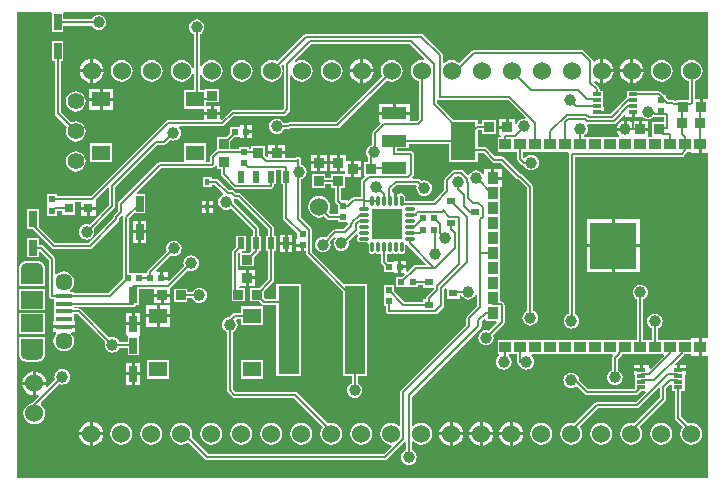
<source format=gtl>
G04*
G04 #@! TF.GenerationSoftware,Altium Limited,Altium Designer,18.1.6 (161)*
G04*
G04 Layer_Physical_Order=1*
G04 Layer_Color=255*
%FSAX44Y44*%
%MOMM*%
G71*
G01*
G75*
%ADD14C,0.2000*%
%ADD17R,1.3500X0.4000*%
%ADD18R,1.9000X1.5000*%
%ADD19R,1.5500X1.3000*%
%ADD20R,1.0000X0.9500*%
%ADD21R,0.9500X1.0000*%
%ADD22R,4.0000X4.0000*%
%ADD23R,0.8000X0.3000*%
%ADD24R,2.5500X2.5500*%
%ADD25O,0.8500X0.3000*%
%ADD26O,0.3000X0.8500*%
%ADD27R,0.6500X1.3500*%
%ADD28R,0.5500X1.0000*%
%ADD29R,2.1500X3.2500*%
%ADD30R,2.1500X1.0000*%
%ADD31R,0.5500X0.5500*%
%ADD32R,0.5500X0.5500*%
%ADD33R,0.8000X0.6000*%
%ADD34R,1.8000X7.5000*%
%ADD35R,0.4500X0.5900*%
%ADD36R,0.8000X0.8000*%
%ADD37R,0.8500X0.8500*%
%ADD38R,0.8500X0.8500*%
%ADD39C,0.5000*%
%ADD67C,1.4500*%
%ADD68C,1.5240*%
%ADD69C,1.4000*%
%ADD70C,1.0000*%
%ADD71C,0.5000*%
G36*
X00587510Y00324370D02*
X00583313D01*
Y00317580D01*
X00580773D01*
Y00324370D01*
X00576717D01*
Y00339184D01*
X00578767Y00340033D01*
X00580672Y00341495D01*
X00582134Y00343400D01*
X00583053Y00345619D01*
X00583367Y00348000D01*
X00583053Y00350381D01*
X00582134Y00352599D01*
X00580672Y00354504D01*
X00578767Y00355966D01*
X00576549Y00356885D01*
X00574168Y00357198D01*
X00571787Y00356885D01*
X00569569Y00355966D01*
X00567664Y00354504D01*
X00566202Y00352599D01*
X00565283Y00350381D01*
X00564969Y00348000D01*
X00565283Y00345619D01*
X00566202Y00343400D01*
X00567664Y00341495D01*
X00569569Y00340033D01*
X00571619Y00339184D01*
Y00323330D01*
X00560793D01*
Y00323330D01*
X00559523Y00322930D01*
X00559491Y00322962D01*
X00558664Y00323515D01*
X00557688Y00323709D01*
X00554404D01*
X00552598Y00325515D01*
Y00327410D01*
X00550703D01*
X00548270Y00329842D01*
X00547444Y00330395D01*
X00546468Y00330589D01*
X00530000D01*
Y00331040D01*
X00519000D01*
Y00325068D01*
X00518662Y00324842D01*
X00505409Y00311589D01*
X00500040D01*
Y00311770D01*
X00493500D01*
Y00314310D01*
X00500040D01*
Y00317080D01*
X00499000D01*
Y00331040D01*
X00496049D01*
Y00332504D01*
X00495855Y00333480D01*
X00495302Y00334307D01*
X00491218Y00338391D01*
X00491274Y00338729D01*
X00492651Y00339273D01*
X00492844Y00339125D01*
X00495316Y00338101D01*
X00496698Y00337919D01*
Y00348000D01*
X00497968D01*
D01*
X00496698D01*
Y00358080D01*
X00495316Y00357898D01*
X00492844Y00356875D01*
X00491667Y00355971D01*
X00491248Y00356031D01*
X00490320Y00356539D01*
X00490203Y00357127D01*
X00489650Y00357954D01*
X00482802Y00364802D01*
X00481976Y00365355D01*
X00481000Y00365549D01*
X00389568D01*
X00388592Y00365355D01*
X00387766Y00364802D01*
X00377470Y00354506D01*
X00375567Y00355966D01*
X00373349Y00356885D01*
X00370968Y00357198D01*
X00368587Y00356885D01*
X00366369Y00355966D01*
X00364635Y00354636D01*
X00363365Y00354948D01*
Y00361495D01*
X00363171Y00362470D01*
X00362619Y00363297D01*
X00347113Y00378802D01*
X00346287Y00379355D01*
X00345311Y00379549D01*
X00247568D01*
X00246593Y00379355D01*
X00245766Y00378802D01*
X00222999Y00356036D01*
X00220949Y00356885D01*
X00218568Y00357198D01*
X00216187Y00356885D01*
X00213969Y00355966D01*
X00212064Y00354504D01*
X00210602Y00352599D01*
X00209683Y00350381D01*
X00209369Y00348000D01*
X00209683Y00345619D01*
X00210602Y00343400D01*
X00212064Y00341495D01*
X00213969Y00340033D01*
X00216187Y00339115D01*
X00218568Y00338801D01*
X00220949Y00339115D01*
X00223167Y00340033D01*
X00225072Y00341495D01*
X00226534Y00343400D01*
X00227453Y00345619D01*
X00227767Y00348000D01*
X00227453Y00350381D01*
X00226604Y00352431D01*
X00227965Y00353792D01*
X00229235Y00353266D01*
Y00316831D01*
X00227553Y00315149D01*
X00185583D01*
X00184607Y00314955D01*
X00183780Y00314402D01*
X00176052Y00306674D01*
X00174782Y00307200D01*
Y00310367D01*
X00167992D01*
X00161202D01*
Y00306259D01*
X00139738D01*
X00139496Y00306420D01*
X00138521Y00306614D01*
X00131047D01*
X00130072Y00306420D01*
X00129245Y00305868D01*
X00065231Y00241854D01*
X00037060D01*
Y00243555D01*
X00028560D01*
Y00235055D01*
X00028560Y00235055D01*
Y00234055D01*
X00028560D01*
X00028560Y00233785D01*
Y00225555D01*
X00037060D01*
Y00229256D01*
X00041250D01*
Y00226305D01*
X00052250D01*
Y00236756D01*
X00056710D01*
Y00233075D01*
X00063250D01*
X00069790D01*
Y00238345D01*
X00069790Y00238345D01*
X00069790D01*
X00070111Y00239524D01*
X00079782Y00249195D01*
X00080955Y00248709D01*
Y00234434D01*
X00064266Y00217745D01*
X00063537Y00218047D01*
X00061840Y00218271D01*
X00060144Y00218047D01*
X00058562Y00217392D01*
X00057205Y00216350D01*
X00056163Y00214993D01*
X00055508Y00213411D01*
X00055284Y00211715D01*
X00055508Y00210018D01*
X00056163Y00208437D01*
X00057205Y00207079D01*
X00058562Y00206037D01*
X00060144Y00205382D01*
X00061840Y00205159D01*
X00063537Y00205382D01*
X00065118Y00206037D01*
X00066476Y00207079D01*
X00067518Y00208437D01*
X00068173Y00210018D01*
X00068397Y00211715D01*
X00068173Y00213411D01*
X00067871Y00214140D01*
X00085307Y00231576D01*
X00085859Y00232403D01*
X00086053Y00233378D01*
Y00249878D01*
X00121839Y00285664D01*
X00127648D01*
X00128624Y00285858D01*
X00129451Y00286411D01*
X00132574Y00289534D01*
X00133303Y00289232D01*
X00135000Y00289009D01*
X00136697Y00289232D01*
X00138278Y00289887D01*
X00139636Y00290929D01*
X00140678Y00292287D01*
X00141333Y00293868D01*
X00141556Y00295565D01*
X00141333Y00297262D01*
X00140678Y00298843D01*
X00139874Y00299891D01*
X00140235Y00300919D01*
X00140436Y00301161D01*
X00176693D01*
X00177668Y00301355D01*
X00178495Y00301907D01*
X00186638Y00310051D01*
X00228609D01*
X00229585Y00310245D01*
X00230411Y00310797D01*
X00233587Y00313972D01*
X00234139Y00314799D01*
X00234333Y00315775D01*
Y00344110D01*
X00235603Y00344363D01*
X00236002Y00343400D01*
X00237464Y00341495D01*
X00239369Y00340033D01*
X00241587Y00339115D01*
X00243968Y00338801D01*
X00246349Y00339115D01*
X00248567Y00340033D01*
X00250473Y00341495D01*
X00251934Y00343400D01*
X00252853Y00345619D01*
X00253167Y00348000D01*
X00252853Y00350381D01*
X00251934Y00352599D01*
X00250473Y00354504D01*
X00248567Y00355966D01*
X00246349Y00356885D01*
X00243968Y00357198D01*
X00241587Y00356885D01*
X00239369Y00355966D01*
X00238972Y00355661D01*
X00238132Y00356618D01*
X00251965Y00370451D01*
X00335555D01*
X00347824Y00358182D01*
X00347230Y00356980D01*
X00345568Y00357198D01*
X00343187Y00356885D01*
X00340969Y00355966D01*
X00339064Y00354504D01*
X00337602Y00352599D01*
X00336683Y00350381D01*
X00336369Y00348000D01*
X00336683Y00345619D01*
X00337602Y00343400D01*
X00339064Y00341495D01*
X00340969Y00340033D01*
X00343019Y00339184D01*
Y00307306D01*
X00341202Y00305489D01*
X00335608D01*
Y00310770D01*
X00322318D01*
X00309028D01*
Y00304500D01*
X00310114D01*
X00310600Y00303326D01*
X00304531Y00297257D01*
X00303978Y00296430D01*
X00303784Y00295455D01*
Y00285396D01*
X00303302Y00285332D01*
X00301721Y00284677D01*
X00300364Y00283635D01*
X00299322Y00282278D01*
X00298667Y00280696D01*
X00298443Y00278999D01*
X00298667Y00277303D01*
X00299322Y00275721D01*
X00300119Y00274682D01*
Y00271080D01*
X00296918D01*
Y00259580D01*
X00296918D01*
X00297278Y00258712D01*
X00294698Y00256132D01*
X00294145Y00255306D01*
X00293951Y00254330D01*
Y00240966D01*
X00287818D01*
X00286842Y00240772D01*
X00286015Y00240219D01*
X00283725Y00237929D01*
X00282818Y00238305D01*
Y00238305D01*
X00277924D01*
X00277327Y00238901D01*
Y00248976D01*
X00280528D01*
Y00258540D01*
X00285898D01*
Y00265330D01*
Y00272120D01*
X00281568D01*
Y00277017D01*
X00276048D01*
Y00270226D01*
Y00263437D01*
X00280378D01*
Y00260476D01*
X00269028D01*
Y00257275D01*
X00264018D01*
Y00260476D01*
X00252518D01*
Y00248976D01*
X00264018D01*
Y00252178D01*
X00269028D01*
Y00248976D01*
X00272229D01*
Y00237846D01*
X00272423Y00236870D01*
X00272976Y00236043D01*
X00274318Y00234701D01*
Y00230075D01*
X00274318Y00229805D01*
Y00228805D01*
X00274318Y00228535D01*
Y00227104D01*
X00268068D01*
X00266604Y00228568D01*
X00267453Y00230619D01*
X00267767Y00233000D01*
X00267453Y00235381D01*
X00266534Y00237599D01*
X00265073Y00239504D01*
X00263167Y00240966D01*
X00260949Y00241885D01*
X00258568Y00242199D01*
X00256187Y00241885D01*
X00253969Y00240966D01*
X00252064Y00239504D01*
X00250602Y00237599D01*
X00249683Y00235381D01*
X00249369Y00233000D01*
X00249683Y00230619D01*
X00250602Y00228401D01*
X00252064Y00226495D01*
X00253969Y00225034D01*
X00256187Y00224115D01*
X00258568Y00223801D01*
X00260949Y00224115D01*
X00262999Y00224964D01*
X00265210Y00222753D01*
X00266037Y00222200D01*
X00267012Y00222006D01*
X00274318D01*
Y00220305D01*
X00282167D01*
X00283202Y00219194D01*
X00283163Y00219000D01*
Y00217768D01*
X00279143Y00213747D01*
X00272000D01*
X00271025Y00213553D01*
X00270198Y00213001D01*
X00264228Y00207031D01*
X00263499Y00207333D01*
X00261802Y00207556D01*
X00260105Y00207333D01*
X00258524Y00206678D01*
X00257166Y00205636D01*
X00256124Y00204278D01*
X00255469Y00202697D01*
X00255246Y00201000D01*
X00255469Y00199303D01*
X00256124Y00197722D01*
X00257166Y00196364D01*
X00258524Y00195322D01*
X00260105Y00194667D01*
X00261802Y00194444D01*
X00263499Y00194667D01*
X00265080Y00195322D01*
X00266438Y00196364D01*
X00267480Y00197722D01*
X00268135Y00199303D01*
X00268358Y00201000D01*
X00268135Y00202697D01*
X00267833Y00203426D01*
X00271579Y00207172D01*
X00272536Y00206333D01*
X00271726Y00205278D01*
X00271071Y00203697D01*
X00270848Y00202000D01*
X00271071Y00200303D01*
X00271726Y00198722D01*
X00272768Y00197364D01*
X00274126Y00196322D01*
X00275707Y00195667D01*
X00277404Y00195444D01*
X00279101Y00195667D01*
X00280682Y00196322D01*
X00282040Y00197364D01*
X00283082Y00198722D01*
X00283737Y00200303D01*
X00283960Y00202000D01*
X00283760Y00203518D01*
X00289771Y00209529D01*
X00291269Y00209230D01*
X00291587Y00208754D01*
Y00208080D01*
X00290924Y00207088D01*
X00290691Y00205917D01*
X00290924Y00204747D01*
X00291587Y00203754D01*
X00292580Y00203091D01*
X00293750Y00202858D01*
X00299250D01*
X00299389Y00202886D01*
X00300469Y00201806D01*
X00300441Y00201667D01*
Y00196167D01*
X00300674Y00194997D01*
X00301337Y00194004D01*
X00302330Y00193341D01*
X00303500Y00193108D01*
X00304671Y00193341D01*
X00305663Y00194004D01*
X00306337D01*
X00307330Y00193341D01*
X00308500Y00193108D01*
X00309644Y00193336D01*
X00309671Y00193341D01*
X00310914Y00192645D01*
Y00186105D01*
X00311108Y00185130D01*
X00311660Y00184303D01*
X00313318Y00182645D01*
Y00177750D01*
X00321778D01*
Y00176710D01*
X00325798D01*
Y00182000D01*
Y00187290D01*
X00321778D01*
Y00186250D01*
X00316923D01*
X00316012Y00187161D01*
Y00192694D01*
X00317282Y00193373D01*
X00317330Y00193341D01*
X00318500Y00193108D01*
X00319671Y00193341D01*
X00320663Y00194004D01*
X00321337D01*
X00322330Y00193341D01*
X00323500Y00193108D01*
X00324671Y00193341D01*
X00325663Y00194004D01*
X00326337D01*
X00327330Y00193341D01*
X00328500Y00193108D01*
X00329671Y00193341D01*
X00330663Y00194004D01*
X00331326Y00194997D01*
X00331559Y00196167D01*
Y00200764D01*
X00332807Y00200999D01*
X00333360Y00200172D01*
X00348781Y00184750D01*
X00348295Y00183577D01*
X00340326D01*
X00339350Y00183383D01*
X00338523Y00182830D01*
X00333628Y00177935D01*
X00332358Y00178461D01*
Y00180730D01*
X00328338D01*
Y00176710D01*
X00330607D01*
X00331133Y00175440D01*
X00329008Y00173315D01*
X00324112D01*
Y00164815D01*
X00332342D01*
X00332612Y00164815D01*
Y00164815D01*
X00333612D01*
Y00164815D01*
X00342112D01*
Y00166516D01*
X00346393D01*
Y00164565D01*
X00355981D01*
Y00163288D01*
X00350090Y00157397D01*
X00349538Y00156570D01*
X00349344Y00155594D01*
Y00154565D01*
X00346393D01*
Y00152614D01*
X00330968D01*
X00321793Y00161790D01*
Y00166685D01*
X00313293D01*
Y00158455D01*
X00313293Y00158185D01*
X00313293D01*
Y00157185D01*
X00313293D01*
Y00148685D01*
X00314994D01*
Y00144909D01*
X00315188Y00143934D01*
X00315740Y00143107D01*
X00316198Y00142649D01*
X00317024Y00142097D01*
X00318000Y00141903D01*
X00357133D01*
X00358109Y00142097D01*
X00358936Y00142649D01*
X00363889Y00147602D01*
X00364441Y00148429D01*
X00364635Y00149405D01*
Y00163283D01*
X00365445Y00163918D01*
X00366592Y00163362D01*
Y00155065D01*
X00377592D01*
Y00158451D01*
X00379020D01*
X00379322Y00157722D01*
X00380364Y00156364D01*
X00381722Y00155322D01*
X00383303Y00154667D01*
X00385000Y00154444D01*
X00386697Y00154667D01*
X00388278Y00155322D01*
X00389636Y00156364D01*
X00390678Y00157722D01*
X00391181Y00158937D01*
X00392451Y00158684D01*
Y00148808D01*
X00384026Y00140382D01*
X00383473Y00139555D01*
X00383279Y00138580D01*
Y00133056D01*
X00328026Y00077802D01*
X00327473Y00076975D01*
X00327279Y00076000D01*
Y00047707D01*
X00326446Y00047425D01*
X00326009Y00047353D01*
X00324168Y00048766D01*
X00321949Y00049685D01*
X00319568Y00049998D01*
X00317187Y00049685D01*
X00314969Y00048766D01*
X00313064Y00047304D01*
X00311602Y00045399D01*
X00310683Y00043181D01*
X00310369Y00040800D01*
X00310683Y00038419D01*
X00311602Y00036200D01*
X00313064Y00034295D01*
X00314969Y00032833D01*
X00317187Y00031915D01*
X00319568Y00031601D01*
X00319776Y00031629D01*
X00320338Y00030489D01*
X00313397Y00023549D01*
X00165024D01*
X00150507Y00038066D01*
X00150653Y00038419D01*
X00150967Y00040800D01*
X00150653Y00043181D01*
X00149734Y00045399D01*
X00148273Y00047304D01*
X00146368Y00048766D01*
X00144149Y00049685D01*
X00141768Y00049998D01*
X00139387Y00049685D01*
X00137169Y00048766D01*
X00135264Y00047304D01*
X00133802Y00045399D01*
X00132883Y00043181D01*
X00132570Y00040800D01*
X00132883Y00038419D01*
X00133802Y00036200D01*
X00135264Y00034295D01*
X00137169Y00032833D01*
X00139387Y00031915D01*
X00141768Y00031601D01*
X00144149Y00031915D01*
X00146368Y00032833D01*
X00147591Y00033772D01*
X00162166Y00019197D01*
X00162993Y00018645D01*
X00163968Y00018451D01*
X00314453D01*
X00315429Y00018645D01*
X00316255Y00019197D01*
X00330835Y00033777D01*
X00332105Y00033251D01*
Y00026980D01*
X00331376Y00026678D01*
X00330018Y00025636D01*
X00328976Y00024278D01*
X00328321Y00022697D01*
X00328098Y00021000D01*
X00328321Y00019303D01*
X00328976Y00017722D01*
X00330018Y00016364D01*
X00331376Y00015322D01*
X00332957Y00014667D01*
X00334654Y00014444D01*
X00336351Y00014667D01*
X00337932Y00015322D01*
X00339290Y00016364D01*
X00340332Y00017722D01*
X00340987Y00019303D01*
X00341210Y00021000D01*
X00340987Y00022697D01*
X00340332Y00024278D01*
X00339290Y00025636D01*
X00337932Y00026678D01*
X00337203Y00026980D01*
Y00033963D01*
X00338406Y00034371D01*
X00338464Y00034295D01*
X00340369Y00032833D01*
X00342587Y00031915D01*
X00344968Y00031601D01*
X00347349Y00031915D01*
X00349567Y00032833D01*
X00351473Y00034295D01*
X00352934Y00036200D01*
X00353853Y00038419D01*
X00354167Y00040800D01*
X00353853Y00043181D01*
X00352934Y00045399D01*
X00351473Y00047304D01*
X00349567Y00048766D01*
X00347349Y00049685D01*
X00344968Y00049998D01*
X00342587Y00049685D01*
X00340369Y00048766D01*
X00338464Y00047304D01*
X00338406Y00047229D01*
X00337203Y00047637D01*
Y00072290D01*
X00395370Y00130457D01*
X00395923Y00131284D01*
X00396117Y00132260D01*
Y00135684D01*
X00398395Y00137962D01*
X00399568Y00137476D01*
Y00136350D01*
X00408781D01*
X00409307Y00135080D01*
X00402358Y00128131D01*
X00401629Y00128433D01*
X00399932Y00128656D01*
X00398235Y00128433D01*
X00396654Y00127778D01*
X00395296Y00126736D01*
X00394254Y00125378D01*
X00393600Y00123797D01*
X00393376Y00122100D01*
X00393600Y00120403D01*
X00394254Y00118822D01*
X00395296Y00117464D01*
X00396654Y00116422D01*
X00398235Y00115767D01*
X00399932Y00115544D01*
X00401629Y00115767D01*
X00403210Y00116422D01*
X00404568Y00117464D01*
X00405610Y00118822D01*
X00406265Y00120403D01*
X00406488Y00122100D01*
X00406265Y00123797D01*
X00405963Y00124526D01*
X00414871Y00133434D01*
X00415424Y00134261D01*
X00415617Y00135236D01*
Y00150040D01*
X00415424Y00151015D01*
X00414871Y00151842D01*
X00414561Y00152152D01*
X00413734Y00152705D01*
X00412759Y00152899D01*
X00412068D01*
Y00161750D01*
Y00174450D01*
Y00187150D01*
Y00199850D01*
Y00212550D01*
Y00225250D01*
Y00237950D01*
Y00249610D01*
X00413108D01*
Y00255880D01*
X00405818D01*
Y00257150D01*
X00404548D01*
Y00264690D01*
X00398528D01*
Y00260712D01*
X00397313Y00260437D01*
X00397258Y00260445D01*
X00396229Y00261786D01*
X00394871Y00262827D01*
X00393290Y00263482D01*
X00391594Y00263706D01*
X00389897Y00263482D01*
X00388316Y00262827D01*
X00386958Y00261786D01*
X00385916Y00260428D01*
X00385728Y00259975D01*
X00384483Y00259727D01*
X00380908Y00263302D01*
X00380081Y00263854D01*
X00379106Y00264049D01*
X00372893D01*
X00371917Y00263854D01*
X00371090Y00263302D01*
X00365373Y00257584D01*
X00364820Y00256757D01*
X00364626Y00255782D01*
Y00246983D01*
X00355892Y00238249D01*
X00331559D01*
Y00240667D01*
X00331326Y00241838D01*
X00330663Y00242830D01*
X00330148Y00243174D01*
X00329765Y00243748D01*
X00328938Y00244300D01*
X00327962Y00244494D01*
X00326987Y00244300D01*
X00326161Y00243748D01*
X00325076Y00244473D01*
X00324770Y00244534D01*
Y00237917D01*
X00322230D01*
Y00244534D01*
X00321924Y00244473D01*
X00321876Y00244441D01*
X00320630Y00245136D01*
X00320727Y00247752D01*
X00324789Y00251814D01*
X00340460D01*
X00341326Y00250664D01*
X00341275Y00250543D01*
X00341052Y00248846D01*
X00341275Y00247149D01*
X00341930Y00245568D01*
X00342972Y00244210D01*
X00344330Y00243168D01*
X00345911Y00242513D01*
X00347608Y00242290D01*
X00349305Y00242513D01*
X00350886Y00243168D01*
X00352244Y00244210D01*
X00353286Y00245568D01*
X00353941Y00247149D01*
X00354164Y00248846D01*
X00353941Y00250543D01*
X00353286Y00252124D01*
X00352244Y00253482D01*
X00350886Y00254524D01*
X00349305Y00255179D01*
X00347608Y00255402D01*
X00345911Y00255179D01*
X00345182Y00254876D01*
X00343894Y00256165D01*
X00343067Y00256718D01*
X00342091Y00256912D01*
X00337740D01*
X00337254Y00258085D01*
X00338428Y00259260D01*
X00338981Y00260087D01*
X00339175Y00261062D01*
Y00277500D01*
X00338981Y00278475D01*
X00338428Y00279302D01*
X00337601Y00279855D01*
X00336626Y00280049D01*
X00324867D01*
Y00282540D01*
X00334568D01*
Y00286491D01*
X00368568D01*
Y00271290D01*
X00393068D01*
Y00278301D01*
X00397944D01*
X00405047Y00271198D01*
X00405874Y00270645D01*
X00406850Y00270451D01*
X00412634D01*
X00426348Y00256737D01*
X00427174Y00256185D01*
X00427474Y00256125D01*
X00434655Y00248944D01*
Y00144911D01*
X00434091Y00144678D01*
X00432734Y00143636D01*
X00431692Y00142278D01*
X00431037Y00140697D01*
X00430813Y00139000D01*
X00431037Y00137303D01*
X00431692Y00135722D01*
X00432734Y00134364D01*
X00434091Y00133322D01*
X00435673Y00132667D01*
X00437369Y00132444D01*
X00439066Y00132667D01*
X00440648Y00133322D01*
X00442005Y00134364D01*
X00443047Y00135722D01*
X00443702Y00137303D01*
X00443926Y00139000D01*
X00443702Y00140697D01*
X00443047Y00142278D01*
X00442005Y00143636D01*
X00440648Y00144678D01*
X00439753Y00145048D01*
Y00250000D01*
X00439559Y00250975D01*
X00439007Y00251802D01*
X00430467Y00260342D01*
X00429640Y00260895D01*
X00429340Y00260954D01*
X00415492Y00274802D01*
X00414665Y00275355D01*
X00413690Y00275549D01*
X00407906D01*
X00400802Y00282652D01*
X00399976Y00283205D01*
X00399000Y00283399D01*
X00393068D01*
Y00297685D01*
X00393304Y00297921D01*
X00396488D01*
Y00294720D01*
X00407988D01*
Y00306220D01*
X00396488D01*
Y00303019D01*
X00393068D01*
Y00306790D01*
X00372199D01*
X00358285Y00320704D01*
Y00323238D01*
X00359555Y00323898D01*
X00359841Y00323707D01*
X00360816Y00323513D01*
X00418688D01*
X00433496Y00308705D01*
X00432903Y00307502D01*
X00432000Y00307621D01*
X00430303Y00307398D01*
X00428722Y00306743D01*
X00427364Y00305701D01*
X00426322Y00304343D01*
X00425798Y00303078D01*
X00424528Y00303330D01*
Y00307260D01*
X00419008D01*
Y00300470D01*
X00417738D01*
Y00299200D01*
X00410948D01*
Y00293680D01*
X00412163D01*
X00412967Y00292410D01*
X00412773Y00292000D01*
X00409818D01*
Y00279500D01*
X00426469D01*
Y00273100D01*
X00426663Y00272124D01*
X00427216Y00271297D01*
X00430030Y00268483D01*
X00430857Y00267931D01*
X00431832Y00267737D01*
X00432306D01*
X00432608Y00267008D01*
X00433650Y00265650D01*
X00435008Y00264608D01*
X00436589Y00263953D01*
X00438286Y00263730D01*
X00439983Y00263953D01*
X00441564Y00264608D01*
X00442922Y00265650D01*
X00443964Y00267008D01*
X00444619Y00268589D01*
X00444842Y00270286D01*
X00444619Y00271983D01*
X00443964Y00273564D01*
X00442922Y00274922D01*
X00441564Y00275963D01*
X00439983Y00276618D01*
X00438286Y00276842D01*
X00436589Y00276618D01*
X00435008Y00275963D01*
X00433650Y00274922D01*
X00433553Y00274795D01*
X00432066Y00274655D01*
X00431567Y00275104D01*
Y00279500D01*
X00469134D01*
X00469382Y00279281D01*
X00470011Y00278230D01*
X00469900Y00277675D01*
Y00142420D01*
X00468954Y00142028D01*
X00467596Y00140986D01*
X00466554Y00139628D01*
X00465899Y00138047D01*
X00465676Y00136350D01*
X00465899Y00134653D01*
X00466554Y00133072D01*
X00467596Y00131714D01*
X00468954Y00130672D01*
X00470535Y00130017D01*
X00472232Y00129794D01*
X00473929Y00130017D01*
X00475510Y00130672D01*
X00476868Y00131714D01*
X00477910Y00133072D01*
X00478565Y00134653D01*
X00478788Y00136350D01*
X00478565Y00138047D01*
X00477910Y00139628D01*
X00476868Y00140986D01*
X00475510Y00142028D01*
X00474998Y00142240D01*
Y00275126D01*
X00565543D01*
X00566519Y00275320D01*
X00567346Y00275872D01*
X00570521Y00279047D01*
X00570823Y00279500D01*
X00573878D01*
Y00278460D01*
X00580148D01*
Y00285750D01*
X00582688D01*
Y00278460D01*
X00587510D01*
X00587510Y00121540D01*
X00582688D01*
Y00114250D01*
Y00106960D01*
X00587510D01*
Y00003059D01*
X00003059D01*
X00003059Y00397941D01*
X00031576D01*
X00032560Y00397250D01*
X00032560Y00396671D01*
Y00380750D01*
X00042060D01*
Y00386451D01*
X00065935D01*
X00066237Y00385722D01*
X00067279Y00384364D01*
X00068636Y00383323D01*
X00070218Y00382668D01*
X00071914Y00382444D01*
X00073611Y00382668D01*
X00075192Y00383323D01*
X00076550Y00384364D01*
X00077592Y00385722D01*
X00078247Y00387303D01*
X00078471Y00389000D01*
X00078247Y00390697D01*
X00077592Y00392278D01*
X00076550Y00393636D01*
X00075192Y00394678D01*
X00073611Y00395333D01*
X00071914Y00395556D01*
X00070218Y00395333D01*
X00068636Y00394678D01*
X00067279Y00393636D01*
X00066237Y00392278D01*
X00065935Y00391549D01*
X00042060D01*
X00042060Y00397250D01*
X00043044Y00397941D01*
X00587510D01*
Y00324370D01*
D02*
G37*
G36*
X00525770Y00309000D02*
X00531040D01*
X00531040Y00309000D01*
Y00309000D01*
X00532310Y00309075D01*
X00532364Y00309004D01*
X00533722Y00307962D01*
X00535303Y00307307D01*
X00537000Y00307084D01*
X00538697Y00307307D01*
X00540278Y00307962D01*
X00541636Y00309004D01*
X00541914Y00309366D01*
X00542004Y00309305D01*
X00542980Y00309111D01*
X00550451D01*
Y00305433D01*
X00550409Y00305222D01*
Y00304380D01*
X00540458D01*
Y00292880D01*
X00539553Y00292000D01*
X00537498D01*
Y00297360D01*
X00530708D01*
Y00298630D01*
X00529438D01*
Y00305420D01*
X00523918D01*
Y00305203D01*
X00522648Y00304577D01*
X00521802Y00305226D01*
X00519968Y00305986D01*
X00519270Y00306077D01*
Y00298640D01*
X00518000D01*
Y00297370D01*
X00510562D01*
X00510654Y00296671D01*
X00511414Y00294837D01*
X00512622Y00293262D01*
X00512181Y00292000D01*
X00483203D01*
X00482951Y00293270D01*
X00483096Y00293330D01*
X00484454Y00294372D01*
X00485496Y00295730D01*
X00486151Y00297311D01*
X00486374Y00299008D01*
X00486151Y00300705D01*
X00485730Y00301721D01*
X00486404Y00302910D01*
X00486522Y00302991D01*
X00507914D01*
X00508890Y00303185D01*
X00509717Y00303738D01*
X00516787Y00310807D01*
X00517960Y00310322D01*
Y00309000D01*
X00523230D01*
Y00313040D01*
X00525770D01*
Y00309000D01*
D02*
G37*
%LPC*%
G36*
X00155000Y00391556D02*
X00153303Y00391333D01*
X00151722Y00390678D01*
X00150364Y00389636D01*
X00149322Y00388278D01*
X00148667Y00386697D01*
X00148444Y00385000D01*
X00148667Y00383303D01*
X00149322Y00381722D01*
X00150364Y00380364D01*
X00151722Y00379322D01*
X00152451Y00379020D01*
Y00350653D01*
X00151253Y00350381D01*
X00150334Y00352599D01*
X00148872Y00354504D01*
X00146967Y00355966D01*
X00144749Y00356885D01*
X00142368Y00357198D01*
X00139987Y00356885D01*
X00137769Y00355966D01*
X00135864Y00354504D01*
X00134402Y00352599D01*
X00133483Y00350381D01*
X00133169Y00348000D01*
X00133483Y00345619D01*
X00134402Y00343400D01*
X00135864Y00341495D01*
X00137769Y00340033D01*
X00139987Y00339115D01*
X00142368Y00338801D01*
X00144749Y00339115D01*
X00146967Y00340033D01*
X00148872Y00341495D01*
X00150334Y00343400D01*
X00151253Y00345619D01*
X00152451Y00345347D01*
Y00331886D01*
X00144492D01*
Y00315887D01*
X00161202D01*
Y00312907D01*
X00166722D01*
Y00318426D01*
X00162992D01*
Y00321338D01*
X00164742D01*
X00164988Y00321386D01*
X00173742D01*
Y00332887D01*
X00162242D01*
Y00331886D01*
X00157549D01*
Y00346020D01*
X00158819Y00346104D01*
X00158883Y00345619D01*
X00159802Y00343400D01*
X00161264Y00341495D01*
X00163169Y00340033D01*
X00165387Y00339115D01*
X00167768Y00338801D01*
X00170149Y00339115D01*
X00172367Y00340033D01*
X00174272Y00341495D01*
X00175734Y00343400D01*
X00176653Y00345619D01*
X00176967Y00348000D01*
X00176653Y00350381D01*
X00175734Y00352599D01*
X00174272Y00354504D01*
X00172367Y00355966D01*
X00170149Y00356885D01*
X00167768Y00357198D01*
X00165387Y00356885D01*
X00163169Y00355966D01*
X00161264Y00354504D01*
X00159802Y00352599D01*
X00158883Y00350381D01*
X00158819Y00349896D01*
X00157549Y00349979D01*
Y00379020D01*
X00158278Y00379322D01*
X00159636Y00380364D01*
X00160678Y00381722D01*
X00161333Y00383303D01*
X00161556Y00385000D01*
X00161333Y00386697D01*
X00160678Y00388278D01*
X00159636Y00389636D01*
X00158278Y00390678D01*
X00156697Y00391333D01*
X00155000Y00391556D01*
D02*
G37*
G36*
X00524638Y00358080D02*
Y00349270D01*
X00533448D01*
X00533266Y00350652D01*
X00532243Y00353124D01*
X00530614Y00355246D01*
X00528492Y00356875D01*
X00526020Y00357898D01*
X00524638Y00358080D01*
D02*
G37*
G36*
X00296038D02*
Y00349270D01*
X00304848D01*
X00304667Y00350652D01*
X00303643Y00353124D01*
X00302014Y00355246D01*
X00299892Y00356875D01*
X00297420Y00357898D01*
X00296038Y00358080D01*
D02*
G37*
G36*
X00067438D02*
Y00349270D01*
X00076248D01*
X00076066Y00350652D01*
X00075043Y00353124D01*
X00073414Y00355246D01*
X00071292Y00356875D01*
X00068820Y00357898D01*
X00067438Y00358080D01*
D02*
G37*
G36*
X00499238D02*
Y00349270D01*
X00508049D01*
X00507867Y00350652D01*
X00506843Y00353124D01*
X00505214Y00355246D01*
X00503092Y00356875D01*
X00500620Y00357898D01*
X00499238Y00358080D01*
D02*
G37*
G36*
X00522098D02*
X00520716Y00357898D01*
X00518244Y00356875D01*
X00516122Y00355246D01*
X00514493Y00353124D01*
X00513470Y00350652D01*
X00513288Y00349270D01*
X00522098D01*
Y00358080D01*
D02*
G37*
G36*
X00293498D02*
X00292116Y00357898D01*
X00289644Y00356875D01*
X00287522Y00355246D01*
X00285893Y00353124D01*
X00284869Y00350652D01*
X00284688Y00349270D01*
X00293498D01*
Y00358080D01*
D02*
G37*
G36*
X00064898D02*
X00063516Y00357898D01*
X00061044Y00356875D01*
X00058922Y00355246D01*
X00057293Y00353124D01*
X00056269Y00350652D01*
X00056087Y00349270D01*
X00064898D01*
Y00358080D01*
D02*
G37*
G36*
X00548768Y00357198D02*
X00546387Y00356885D01*
X00544169Y00355966D01*
X00542264Y00354504D01*
X00540802Y00352599D01*
X00539883Y00350381D01*
X00539569Y00348000D01*
X00539883Y00345619D01*
X00540802Y00343400D01*
X00542264Y00341495D01*
X00544169Y00340033D01*
X00546387Y00339115D01*
X00548768Y00338801D01*
X00551149Y00339115D01*
X00553367Y00340033D01*
X00555272Y00341495D01*
X00556734Y00343400D01*
X00557653Y00345619D01*
X00557967Y00348000D01*
X00557653Y00350381D01*
X00556734Y00352599D01*
X00555272Y00354504D01*
X00553367Y00355966D01*
X00551149Y00356885D01*
X00548768Y00357198D01*
D02*
G37*
G36*
X00320168D02*
X00317787Y00356885D01*
X00315569Y00355966D01*
X00313664Y00354504D01*
X00312202Y00352599D01*
X00311283Y00350381D01*
X00310969Y00348000D01*
X00311283Y00345619D01*
X00312132Y00343569D01*
X00273044Y00304481D01*
X00233000D01*
X00232024Y00304287D01*
X00231198Y00303734D01*
X00231077Y00303614D01*
X00228733D01*
X00228431Y00304343D01*
X00227389Y00305701D01*
X00226031Y00306743D01*
X00224450Y00307398D01*
X00222753Y00307621D01*
X00221056Y00307398D01*
X00219475Y00306743D01*
X00218117Y00305701D01*
X00217075Y00304343D01*
X00216420Y00302762D01*
X00216197Y00301065D01*
X00216420Y00299368D01*
X00217075Y00297787D01*
X00218117Y00296429D01*
X00219475Y00295387D01*
X00221056Y00294732D01*
X00222753Y00294509D01*
X00224450Y00294732D01*
X00226031Y00295387D01*
X00227389Y00296429D01*
X00228431Y00297787D01*
X00228733Y00298516D01*
X00232133D01*
X00233109Y00298710D01*
X00233936Y00299263D01*
X00234056Y00299383D01*
X00274100D01*
X00275075Y00299577D01*
X00275902Y00300129D01*
X00315737Y00339964D01*
X00317787Y00339115D01*
X00320168Y00338801D01*
X00322549Y00339115D01*
X00324767Y00340033D01*
X00326673Y00341495D01*
X00328134Y00343400D01*
X00329053Y00345619D01*
X00329367Y00348000D01*
X00329053Y00350381D01*
X00328134Y00352599D01*
X00326673Y00354504D01*
X00324767Y00355966D01*
X00322549Y00356885D01*
X00320168Y00357198D01*
D02*
G37*
G36*
X00269368D02*
X00266987Y00356885D01*
X00264769Y00355966D01*
X00262864Y00354504D01*
X00261402Y00352599D01*
X00260483Y00350381D01*
X00260169Y00348000D01*
X00260483Y00345619D01*
X00261402Y00343400D01*
X00262864Y00341495D01*
X00264769Y00340033D01*
X00266987Y00339115D01*
X00269368Y00338801D01*
X00271749Y00339115D01*
X00273967Y00340033D01*
X00275872Y00341495D01*
X00277334Y00343400D01*
X00278253Y00345619D01*
X00278567Y00348000D01*
X00278253Y00350381D01*
X00277334Y00352599D01*
X00275872Y00354504D01*
X00273967Y00355966D01*
X00271749Y00356885D01*
X00269368Y00357198D01*
D02*
G37*
G36*
X00193168D02*
X00190787Y00356885D01*
X00188569Y00355966D01*
X00186664Y00354504D01*
X00185202Y00352599D01*
X00184283Y00350381D01*
X00183969Y00348000D01*
X00184283Y00345619D01*
X00185202Y00343400D01*
X00186664Y00341495D01*
X00188569Y00340033D01*
X00190787Y00339115D01*
X00193168Y00338801D01*
X00195549Y00339115D01*
X00197767Y00340033D01*
X00199673Y00341495D01*
X00201134Y00343400D01*
X00202053Y00345619D01*
X00202367Y00348000D01*
X00202053Y00350381D01*
X00201134Y00352599D01*
X00199673Y00354504D01*
X00197767Y00355966D01*
X00195549Y00356885D01*
X00193168Y00357198D01*
D02*
G37*
G36*
X00116968D02*
X00114587Y00356885D01*
X00112369Y00355966D01*
X00110464Y00354504D01*
X00109002Y00352599D01*
X00108083Y00350381D01*
X00107769Y00348000D01*
X00108083Y00345619D01*
X00109002Y00343400D01*
X00110464Y00341495D01*
X00112369Y00340033D01*
X00114587Y00339115D01*
X00116968Y00338801D01*
X00119349Y00339115D01*
X00121567Y00340033D01*
X00123472Y00341495D01*
X00124934Y00343400D01*
X00125853Y00345619D01*
X00126167Y00348000D01*
X00125853Y00350381D01*
X00124934Y00352599D01*
X00123472Y00354504D01*
X00121567Y00355966D01*
X00119349Y00356885D01*
X00116968Y00357198D01*
D02*
G37*
G36*
X00091568D02*
X00089187Y00356885D01*
X00086969Y00355966D01*
X00085064Y00354504D01*
X00083602Y00352599D01*
X00082683Y00350381D01*
X00082369Y00348000D01*
X00082683Y00345619D01*
X00083602Y00343400D01*
X00085064Y00341495D01*
X00086969Y00340033D01*
X00089187Y00339115D01*
X00091568Y00338801D01*
X00093949Y00339115D01*
X00096167Y00340033D01*
X00098073Y00341495D01*
X00099534Y00343400D01*
X00100453Y00345619D01*
X00100767Y00348000D01*
X00100453Y00350381D01*
X00099534Y00352599D01*
X00098073Y00354504D01*
X00096167Y00355966D01*
X00093949Y00356885D01*
X00091568Y00357198D01*
D02*
G37*
G36*
X00533448Y00346730D02*
X00524638D01*
Y00337919D01*
X00526020Y00338101D01*
X00528492Y00339125D01*
X00530614Y00340754D01*
X00532243Y00342876D01*
X00533266Y00345348D01*
X00533448Y00346730D01*
D02*
G37*
G36*
X00508049D02*
X00499238D01*
Y00337919D01*
X00500620Y00338101D01*
X00503092Y00339125D01*
X00505214Y00340754D01*
X00506843Y00342876D01*
X00507867Y00345348D01*
X00508049Y00346730D01*
D02*
G37*
G36*
X00304848D02*
X00296038D01*
Y00337919D01*
X00297420Y00338101D01*
X00299892Y00339125D01*
X00302014Y00340754D01*
X00303643Y00342876D01*
X00304667Y00345348D01*
X00304848Y00346730D01*
D02*
G37*
G36*
X00076248D02*
X00067438D01*
Y00337919D01*
X00068820Y00338101D01*
X00071292Y00339125D01*
X00073414Y00340754D01*
X00075043Y00342876D01*
X00076066Y00345348D01*
X00076248Y00346730D01*
D02*
G37*
G36*
X00522098D02*
X00513288D01*
X00513470Y00345348D01*
X00514493Y00342876D01*
X00516122Y00340754D01*
X00518244Y00339125D01*
X00520716Y00338101D01*
X00522098Y00337919D01*
Y00346730D01*
D02*
G37*
G36*
X00293498D02*
X00284688D01*
X00284869Y00345348D01*
X00285893Y00342876D01*
X00287522Y00340754D01*
X00289644Y00339125D01*
X00292116Y00338101D01*
X00293498Y00337919D01*
Y00346730D01*
D02*
G37*
G36*
X00064898D02*
X00056087D01*
X00056269Y00345348D01*
X00057293Y00342876D01*
X00058922Y00340754D01*
X00061044Y00339125D01*
X00063516Y00338101D01*
X00064898Y00337919D01*
Y00346730D01*
D02*
G37*
G36*
X00084532Y00332926D02*
X00075512D01*
Y00325157D01*
X00084532D01*
Y00332926D01*
D02*
G37*
G36*
X00072972D02*
X00063952D01*
Y00325157D01*
X00072972D01*
Y00332926D01*
D02*
G37*
G36*
X00084532Y00322617D02*
X00075512D01*
Y00314847D01*
X00084532D01*
Y00322617D01*
D02*
G37*
G36*
X00072972D02*
X00063952D01*
Y00314847D01*
X00072972D01*
Y00322617D01*
D02*
G37*
G36*
X00052550Y00330760D02*
X00050331Y00330468D01*
X00048263Y00329611D01*
X00046488Y00328249D01*
X00045125Y00326473D01*
X00044269Y00324406D01*
X00043977Y00322187D01*
X00044269Y00319968D01*
X00045125Y00317900D01*
X00046488Y00316124D01*
X00048263Y00314762D01*
X00050331Y00313905D01*
X00052550Y00313613D01*
X00054769Y00313905D01*
X00056837Y00314762D01*
X00058612Y00316124D01*
X00059975Y00317900D01*
X00060831Y00319968D01*
X00061123Y00322187D01*
X00060831Y00324406D01*
X00059975Y00326473D01*
X00058612Y00328249D01*
X00056837Y00329611D01*
X00054769Y00330468D01*
X00052550Y00330760D01*
D02*
G37*
G36*
X00335608Y00319580D02*
X00323588D01*
Y00313310D01*
X00335608D01*
Y00319580D01*
D02*
G37*
G36*
X00321048D02*
X00309028D01*
Y00313310D01*
X00321048D01*
Y00319580D01*
D02*
G37*
G36*
X00174782Y00318426D02*
X00169262D01*
Y00312907D01*
X00174782D01*
Y00318426D01*
D02*
G37*
G36*
X00416468Y00307260D02*
X00410948D01*
Y00301740D01*
X00416468D01*
Y00307260D01*
D02*
G37*
G36*
X00201838Y00301855D02*
X00197818D01*
Y00297835D01*
X00201838D01*
Y00301855D01*
D02*
G37*
G36*
Y00295295D02*
X00197818D01*
Y00291275D01*
X00201838D01*
Y00295295D01*
D02*
G37*
G36*
X00195278Y00301855D02*
X00191258D01*
Y00300815D01*
X00182798D01*
Y00294920D01*
X00179943Y00292065D01*
X00172048D01*
Y00281496D01*
X00172008Y00281488D01*
X00171181Y00280936D01*
X00167198Y00276952D01*
X00166645Y00276126D01*
X00166451Y00275150D01*
Y00271207D01*
X00162992D01*
Y00286887D01*
X00144492D01*
Y00271207D01*
X00124000D01*
X00123025Y00271013D01*
X00122198Y00270460D01*
X00089198Y00237460D01*
X00088645Y00236633D01*
X00088451Y00235658D01*
Y00229624D01*
X00085202Y00226375D01*
X00084649Y00225548D01*
X00084455Y00224573D01*
Y00223275D01*
X00063299Y00202119D01*
X00035161D01*
X00021050Y00216229D01*
Y00230674D01*
X00011550D01*
Y00214174D01*
X00015895D01*
X00032302Y00197767D01*
X00033129Y00197215D01*
X00034105Y00197021D01*
X00064355D01*
X00065331Y00197215D01*
X00066158Y00197767D01*
X00088807Y00220416D01*
X00089359Y00221243D01*
X00089553Y00222219D01*
Y00223517D01*
X00091784Y00225748D01*
X00092955Y00225122D01*
X00092837Y00224532D01*
Y00176870D01*
X00092260D01*
Y00171975D01*
X00080220Y00159934D01*
X00050750D01*
Y00160885D01*
X00047882D01*
X00047451Y00162155D01*
X00048741Y00163144D01*
X00050143Y00164972D01*
X00051025Y00167101D01*
X00051326Y00169385D01*
X00051025Y00171669D01*
X00050143Y00173798D01*
X00048741Y00175625D01*
X00046913Y00177028D01*
X00044784Y00177910D01*
X00042500Y00178210D01*
X00040216Y00177910D01*
X00038087Y00177028D01*
X00036467Y00175785D01*
X00035197Y00176132D01*
Y00188667D01*
X00035003Y00189642D01*
X00034451Y00190469D01*
X00024693Y00200227D01*
X00023866Y00200779D01*
X00022891Y00200973D01*
X00021050D01*
Y00206674D01*
X00011550D01*
Y00190175D01*
X00021050D01*
Y00194864D01*
X00022320Y00195390D01*
X00030099Y00187611D01*
Y00157639D01*
X00030293Y00156664D01*
X00030846Y00155837D01*
X00031100Y00155583D01*
X00031927Y00155030D01*
X00032902Y00154836D01*
X00034250D01*
Y00147385D01*
Y00135925D01*
X00033210D01*
Y00132655D01*
X00042500D01*
X00051790D01*
Y00135925D01*
X00050750D01*
Y00141836D01*
X00054127D01*
X00077537Y00118426D01*
X00077235Y00117697D01*
X00077012Y00116000D01*
X00077235Y00114303D01*
X00077890Y00112722D01*
X00078932Y00111364D01*
X00080290Y00110322D01*
X00081871Y00109667D01*
X00083568Y00109444D01*
X00085265Y00109667D01*
X00086846Y00110322D01*
X00088204Y00111364D01*
X00089246Y00112722D01*
X00089548Y00113451D01*
X00096510D01*
Y00107220D01*
X00106010D01*
Y00123439D01*
X00106010Y00123720D01*
X00106687Y00124709D01*
X00107050D01*
Y00132730D01*
X00101260D01*
X00095470D01*
Y00124709D01*
X00095834D01*
X00096510Y00123720D01*
X00096510Y00123439D01*
Y00118549D01*
X00089548D01*
X00089246Y00119278D01*
X00088204Y00120636D01*
X00086846Y00121678D01*
X00085265Y00122332D01*
X00083568Y00122556D01*
X00081871Y00122332D01*
X00081142Y00122030D01*
X00056985Y00146187D01*
X00056158Y00146740D01*
X00055183Y00146934D01*
X00050750D01*
Y00148336D01*
X00100974D01*
X00101950Y00148530D01*
X00102776Y00149082D01*
X00103062Y00149368D01*
X00103317Y00149749D01*
X00106010D01*
Y00163493D01*
X00119028D01*
Y00159270D01*
X00125818D01*
X00132608D01*
Y00164110D01*
X00132802Y00164239D01*
X00147857Y00179294D01*
X00148586Y00178992D01*
X00150283Y00178768D01*
X00151980Y00178992D01*
X00153561Y00179647D01*
X00154918Y00180689D01*
X00155960Y00182047D01*
X00156615Y00183628D01*
X00156839Y00185324D01*
X00156615Y00187021D01*
X00155960Y00188603D01*
X00154918Y00189960D01*
X00153561Y00191002D01*
X00151980Y00191657D01*
X00150283Y00191881D01*
X00148586Y00191657D01*
X00147005Y00191002D01*
X00145647Y00189960D01*
X00144605Y00188603D01*
X00143950Y00187021D01*
X00143727Y00185324D01*
X00143950Y00183628D01*
X00144252Y00182899D01*
X00131523Y00170170D01*
X00130350Y00170656D01*
Y00171350D01*
X00125060D01*
Y00172620D01*
X00123790D01*
Y00177910D01*
X00121371D01*
X00120845Y00179180D01*
X00133286Y00191621D01*
X00134015Y00191320D01*
X00135712Y00191096D01*
X00137409Y00191320D01*
X00138990Y00191974D01*
X00140348Y00193016D01*
X00141390Y00194374D01*
X00142045Y00195955D01*
X00142268Y00197652D01*
X00142045Y00199349D01*
X00141390Y00200930D01*
X00140348Y00202288D01*
X00138990Y00203330D01*
X00137409Y00203985D01*
X00135712Y00204208D01*
X00134015Y00203985D01*
X00132434Y00203330D01*
X00131076Y00202288D01*
X00130035Y00200930D01*
X00129380Y00199349D01*
X00129156Y00197652D01*
X00129380Y00195955D01*
X00129682Y00195226D01*
X00113758Y00179303D01*
X00113205Y00178476D01*
X00113011Y00177500D01*
Y00176870D01*
X00111310D01*
Y00176870D01*
X00110260D01*
Y00176870D01*
X00102030D01*
X00101760Y00176870D01*
Y00176870D01*
X00100760D01*
Y00176870D01*
X00097935D01*
Y00223477D01*
X00101923Y00227465D01*
X00111318D01*
Y00243965D01*
X00104571D01*
X00104085Y00245138D01*
X00125056Y00266109D01*
X00168266D01*
X00169242Y00266303D01*
X00170069Y00266855D01*
X00170778Y00267565D01*
X00170882Y00267562D01*
X00172048Y00267168D01*
Y00265065D01*
X00175249D01*
Y00260770D01*
X00175443Y00259795D01*
X00175996Y00258968D01*
X00185852Y00249111D01*
X00186679Y00248559D01*
X00187655Y00248365D01*
X00189699D01*
X00189878Y00248329D01*
X00217664D01*
X00218640Y00248523D01*
X00219467Y00249075D01*
X00219721Y00249329D01*
X00220273Y00250156D01*
X00220467Y00251132D01*
Y00251914D01*
X00222168D01*
Y00263823D01*
X00226368D01*
Y00251914D01*
X00228069D01*
Y00223863D01*
X00228263Y00222888D01*
X00228816Y00222061D01*
X00240318Y00210559D01*
Y00205704D01*
X00239278D01*
Y00201684D01*
X00244568D01*
Y00200413D01*
X00245838D01*
Y00195124D01*
X00247269D01*
Y00193615D01*
X00247463Y00192640D01*
X00248016Y00191813D01*
X00278500Y00161328D01*
Y00090000D01*
X00286451D01*
Y00083762D01*
X00285402Y00083328D01*
X00284044Y00082286D01*
X00283002Y00080928D01*
X00282348Y00079347D01*
X00282124Y00077650D01*
X00282348Y00075953D01*
X00283002Y00074372D01*
X00284044Y00073014D01*
X00285402Y00071972D01*
X00286983Y00071317D01*
X00288680Y00071094D01*
X00290377Y00071317D01*
X00291958Y00071972D01*
X00293316Y00073014D01*
X00294358Y00074372D01*
X00295013Y00075953D01*
X00295236Y00077650D01*
X00295013Y00079347D01*
X00294358Y00080928D01*
X00293316Y00082286D01*
X00291958Y00083328D01*
X00291549Y00083497D01*
Y00090000D01*
X00299500D01*
Y00168000D01*
X00279038D01*
X00252367Y00194671D01*
Y00213699D01*
X00252173Y00214675D01*
X00251621Y00215502D01*
X00243549Y00223573D01*
Y00256254D01*
X00244865Y00256799D01*
X00246223Y00257841D01*
X00247265Y00259198D01*
X00247920Y00260780D01*
X00248143Y00262477D01*
X00247920Y00264173D01*
X00247265Y00265755D01*
X00246223Y00267112D01*
X00244865Y00268154D01*
X00243549Y00268699D01*
Y00273048D01*
X00243355Y00274023D01*
X00242803Y00274850D01*
X00241976Y00275403D01*
X00241000Y00275597D01*
X00240025Y00275403D01*
X00239198Y00274850D01*
X00238602Y00274255D01*
X00229338D01*
Y00277295D01*
X00222548D01*
X00215758D01*
Y00275256D01*
X00214488Y00274730D01*
X00212798Y00276420D01*
Y00284315D01*
X00201298D01*
Y00281682D01*
X00199048D01*
Y00283383D01*
X00190548D01*
Y00281682D01*
X00183548D01*
Y00288460D01*
X00187403Y00292315D01*
X00191258D01*
Y00291275D01*
X00195278D01*
Y00296565D01*
X00196548D01*
D01*
X00195278D01*
Y00301855D01*
D02*
G37*
G36*
X00042060Y00373250D02*
X00032560D01*
Y00356750D01*
X00034761D01*
Y00312027D01*
X00034955Y00311051D01*
X00035508Y00310224D01*
X00044989Y00300743D01*
X00044269Y00299006D01*
X00043977Y00296786D01*
X00044269Y00294568D01*
X00045125Y00292500D01*
X00046488Y00290724D01*
X00048263Y00289362D01*
X00050331Y00288505D01*
X00052550Y00288213D01*
X00054769Y00288505D01*
X00056837Y00289362D01*
X00058612Y00290724D01*
X00059975Y00292500D01*
X00060831Y00294568D01*
X00061123Y00296786D01*
X00060831Y00299006D01*
X00059975Y00301073D01*
X00058612Y00302849D01*
X00056837Y00304211D01*
X00054769Y00305068D01*
X00052550Y00305360D01*
X00050331Y00305068D01*
X00048593Y00304348D01*
X00039859Y00313082D01*
Y00356750D01*
X00042060D01*
Y00373250D01*
D02*
G37*
G36*
X00229338Y00285355D02*
X00223818D01*
Y00279835D01*
X00229338D01*
Y00285355D01*
D02*
G37*
G36*
X00221278D02*
X00215758D01*
Y00279835D01*
X00221278D01*
Y00285355D01*
D02*
G37*
G36*
X00273508Y00277017D02*
X00267988D01*
Y00271497D01*
X00273508D01*
Y00277017D01*
D02*
G37*
G36*
X00265058D02*
X00259538D01*
Y00271497D01*
X00265058D01*
Y00277017D01*
D02*
G37*
G36*
X00256998D02*
X00251478D01*
Y00271497D01*
X00256998D01*
Y00277017D01*
D02*
G37*
G36*
X00083492Y00286887D02*
X00064992D01*
Y00270887D01*
X00083492D01*
Y00286887D01*
D02*
G37*
G36*
X00293958Y00272120D02*
X00288438D01*
Y00266600D01*
X00293958D01*
Y00272120D01*
D02*
G37*
G36*
X00273508Y00268957D02*
X00267988D01*
Y00263437D01*
X00273508D01*
Y00268957D01*
D02*
G37*
G36*
X00265058D02*
X00259538D01*
Y00263437D01*
X00265058D01*
Y00268957D01*
D02*
G37*
G36*
X00256998D02*
X00251478D01*
Y00263437D01*
X00256998D01*
Y00268957D01*
D02*
G37*
G36*
X00052550Y00279960D02*
X00050331Y00279668D01*
X00048263Y00278811D01*
X00046488Y00277449D01*
X00045125Y00275673D01*
X00044269Y00273605D01*
X00043977Y00271387D01*
X00044269Y00269168D01*
X00045125Y00267100D01*
X00046488Y00265324D01*
X00048263Y00263962D01*
X00050331Y00263105D01*
X00052550Y00262813D01*
X00054769Y00263105D01*
X00056837Y00263962D01*
X00058612Y00265324D01*
X00059975Y00267100D01*
X00060831Y00269168D01*
X00061123Y00271387D01*
X00060831Y00273605D01*
X00059975Y00275673D01*
X00058612Y00277449D01*
X00056837Y00278811D01*
X00054769Y00279668D01*
X00052550Y00279960D01*
D02*
G37*
G36*
X00293958Y00264060D02*
X00288438D01*
Y00258540D01*
X00293958D01*
Y00264060D01*
D02*
G37*
G36*
X00413108Y00264690D02*
X00407088D01*
Y00258420D01*
X00413108D01*
Y00264690D01*
D02*
G37*
G36*
X00168782Y00238287D02*
X00165262D01*
Y00234067D01*
X00168782D01*
Y00238287D01*
D02*
G37*
G36*
X00162722D02*
X00159202D01*
Y00234067D01*
X00162722D01*
Y00238287D01*
D02*
G37*
G36*
X00168782Y00231527D02*
X00165262D01*
Y00227307D01*
X00168782D01*
Y00231527D01*
D02*
G37*
G36*
X00162722D02*
X00159202D01*
Y00227307D01*
X00162722D01*
Y00231527D01*
D02*
G37*
G36*
X00069790Y00230535D02*
X00064520D01*
Y00225265D01*
X00069790D01*
Y00230535D01*
D02*
G37*
G36*
X00061980D02*
X00056710D01*
Y00225265D01*
X00061980D01*
Y00230535D01*
D02*
G37*
G36*
X00112358Y00221005D02*
X00107838D01*
Y00212985D01*
X00112358D01*
Y00221005D01*
D02*
G37*
G36*
X00105298D02*
X00100778D01*
Y00212985D01*
X00105298D01*
Y00221005D01*
D02*
G37*
G36*
X00235908Y00209454D02*
X00231888D01*
Y00203183D01*
X00235908D01*
Y00209454D01*
D02*
G37*
G36*
X00229348D02*
X00225328D01*
Y00203183D01*
X00229348D01*
Y00209454D01*
D02*
G37*
G36*
X00112358Y00210445D02*
X00107838D01*
Y00202425D01*
X00112358D01*
Y00210445D01*
D02*
G37*
G36*
X00105298D02*
X00100778D01*
Y00202425D01*
X00105298D01*
Y00210445D01*
D02*
G37*
G36*
X00530108Y00222540D02*
X00508838D01*
Y00201270D01*
X00530108D01*
Y00222540D01*
D02*
G37*
G36*
X00506298D02*
X00485028D01*
Y00201270D01*
X00506298D01*
Y00222540D01*
D02*
G37*
G36*
X00243298Y00199144D02*
X00239278D01*
Y00195124D01*
X00243298D01*
Y00199144D01*
D02*
G37*
G36*
X00235908Y00200643D02*
X00231888D01*
Y00194373D01*
X00235908D01*
Y00200643D01*
D02*
G37*
G36*
X00229348D02*
X00225328D01*
Y00194373D01*
X00229348D01*
Y00200643D01*
D02*
G37*
G36*
X00332358Y00187290D02*
X00328338D01*
Y00183270D01*
X00332358D01*
Y00187290D01*
D02*
G37*
G36*
X00530108Y00198730D02*
X00508838D01*
Y00177460D01*
X00530108D01*
Y00198730D01*
D02*
G37*
G36*
X00506298D02*
X00485028D01*
Y00177460D01*
X00506298D01*
Y00198730D01*
D02*
G37*
G36*
X00199068Y00179605D02*
Y00174085D01*
X00204588D01*
Y00179605D01*
X00199068D01*
D02*
G37*
G36*
X00130350Y00177910D02*
X00126330D01*
Y00173890D01*
X00130350D01*
Y00177910D01*
D02*
G37*
G36*
X00204588Y00171545D02*
X00199068D01*
Y00166025D01*
X00204588D01*
Y00171545D01*
D02*
G37*
G36*
X00020000Y00187008D02*
X00011000Y00187008D01*
X00010761Y00186910D01*
X00009303Y00186718D01*
X00007722Y00186063D01*
X00006364Y00185021D01*
X00005322Y00183663D01*
X00004667Y00182082D01*
X00004475Y00180624D01*
X00004376Y00180385D01*
Y00167385D01*
X00004852Y00166237D01*
X00006000Y00165761D01*
X00025000D01*
X00026148Y00166237D01*
X00026624Y00167385D01*
Y00180385D01*
X00026525Y00180624D01*
X00026333Y00182082D01*
X00025678Y00183663D01*
X00024636Y00185021D01*
X00023278Y00186063D01*
X00021697Y00186718D01*
X00020239Y00186910D01*
X00020000Y00187008D01*
D02*
G37*
G36*
X00157256Y00164556D02*
X00155559Y00164333D01*
X00153977Y00163678D01*
X00152620Y00162636D01*
X00151578Y00161278D01*
X00151276Y00160549D01*
X00147068D01*
Y00163750D01*
X00135568D01*
Y00152250D01*
X00147068D01*
Y00155451D01*
X00151276D01*
X00151578Y00154722D01*
X00152620Y00153364D01*
X00153977Y00152322D01*
X00155559Y00151667D01*
X00157256Y00151444D01*
X00158952Y00151667D01*
X00160534Y00152322D01*
X00161891Y00153364D01*
X00162933Y00154722D01*
X00163588Y00156303D01*
X00163812Y00158000D01*
X00163588Y00159697D01*
X00162933Y00161278D01*
X00161891Y00162636D01*
X00160534Y00163678D01*
X00158952Y00164333D01*
X00157256Y00164556D01*
D02*
G37*
G36*
X00132608Y00156730D02*
X00127088D01*
Y00151210D01*
X00132608D01*
Y00156730D01*
D02*
G37*
G36*
X00124548D02*
X00119028D01*
Y00151210D01*
X00124548D01*
Y00156730D01*
D02*
G37*
G36*
X00026500Y00163385D02*
X00004500D01*
Y00145385D01*
X00026500D01*
Y00163385D01*
D02*
G37*
G36*
X00132532Y00149605D02*
X00123512D01*
Y00141835D01*
X00132532D01*
Y00149605D01*
D02*
G37*
G36*
X00120972D02*
X00111952D01*
Y00141835D01*
X00120972D01*
Y00149605D01*
D02*
G37*
G36*
X00107050Y00143289D02*
X00102530D01*
Y00135269D01*
X00107050D01*
Y00143289D01*
D02*
G37*
G36*
X00099990D02*
X00095470D01*
Y00135269D01*
X00099990D01*
Y00143289D01*
D02*
G37*
G36*
X00210992Y00148565D02*
X00192492D01*
Y00143114D01*
X00187000D01*
X00186025Y00142920D01*
X00185198Y00142367D01*
X00182358Y00139527D01*
X00181303Y00139389D01*
X00179722Y00138734D01*
X00178364Y00137692D01*
X00177322Y00136334D01*
X00176667Y00134753D01*
X00176444Y00133056D01*
X00176667Y00131359D01*
X00177322Y00129778D01*
X00178364Y00128420D01*
X00179722Y00127378D01*
X00180451Y00127076D01*
Y00077650D01*
X00180646Y00076674D01*
X00181198Y00075847D01*
X00184848Y00072197D01*
X00185675Y00071645D01*
X00186650Y00071451D01*
X00236912D01*
X00261740Y00046623D01*
X00260802Y00045399D01*
X00259883Y00043181D01*
X00259569Y00040800D01*
X00259883Y00038419D01*
X00260802Y00036200D01*
X00262264Y00034295D01*
X00264169Y00032833D01*
X00266387Y00031915D01*
X00268768Y00031601D01*
X00271149Y00031915D01*
X00273368Y00032833D01*
X00275273Y00034295D01*
X00276734Y00036200D01*
X00277653Y00038419D01*
X00277967Y00040800D01*
X00277653Y00043181D01*
X00276734Y00045399D01*
X00275273Y00047304D01*
X00273368Y00048766D01*
X00271149Y00049685D01*
X00268768Y00049998D01*
X00266387Y00049685D01*
X00266034Y00049539D01*
X00239770Y00075802D01*
X00238944Y00076355D01*
X00237968Y00076549D01*
X00187706D01*
X00185549Y00078706D01*
Y00127076D01*
X00186278Y00127378D01*
X00187636Y00128420D01*
X00188678Y00129778D01*
X00189333Y00131359D01*
X00189556Y00133056D01*
X00189333Y00134753D01*
X00188678Y00136334D01*
X00188362Y00136746D01*
X00188988Y00138016D01*
X00192492D01*
Y00132565D01*
X00210992D01*
Y00148565D01*
D02*
G37*
G36*
X00132532Y00139295D02*
X00123512D01*
Y00131525D01*
X00132532D01*
Y00139295D01*
D02*
G37*
G36*
X00120972D02*
X00111952D01*
Y00131525D01*
X00120972D01*
Y00139295D01*
D02*
G37*
G36*
X00026500Y00143385D02*
X00004500D01*
Y00125385D01*
X00026500D01*
Y00143385D01*
D02*
G37*
G36*
X00051790Y00130115D02*
X00042500D01*
X00033210D01*
Y00126845D01*
X00035873D01*
X00036151Y00126026D01*
X00036221Y00125575D01*
X00034857Y00123798D01*
X00033975Y00121669D01*
X00033675Y00119385D01*
X00033975Y00117101D01*
X00034857Y00114972D01*
X00036260Y00113144D01*
X00038087Y00111742D01*
X00040216Y00110860D01*
X00042500Y00110559D01*
X00044784Y00110860D01*
X00046913Y00111742D01*
X00048741Y00113144D01*
X00050143Y00114972D01*
X00051025Y00117101D01*
X00051326Y00119385D01*
X00051025Y00121669D01*
X00050143Y00123798D01*
X00048780Y00125575D01*
X00048849Y00126026D01*
X00049127Y00126845D01*
X00051790D01*
Y00130115D01*
D02*
G37*
G36*
X00530618Y00167010D02*
X00528921Y00166786D01*
X00527340Y00166131D01*
X00525982Y00165090D01*
X00524940Y00163732D01*
X00524286Y00162151D01*
X00524062Y00160454D01*
X00524286Y00158757D01*
X00524940Y00157176D01*
X00525982Y00155818D01*
X00527340Y00154776D01*
X00528069Y00154474D01*
Y00120500D01*
X00409818D01*
Y00108000D01*
X00410583D01*
X00411014Y00106730D01*
X00410466Y00106309D01*
X00409424Y00104952D01*
X00408769Y00103371D01*
X00408545Y00101674D01*
X00408769Y00099977D01*
X00409424Y00098396D01*
X00410466Y00097038D01*
X00411824Y00095996D01*
X00413405Y00095341D01*
X00415102Y00095118D01*
X00416798Y00095341D01*
X00418380Y00095996D01*
X00419737Y00097038D01*
X00420779Y00098396D01*
X00421434Y00099977D01*
X00421658Y00101674D01*
X00421434Y00103371D01*
X00420779Y00104952D01*
X00419737Y00106309D01*
X00419190Y00106730D01*
X00419584Y00108000D01*
X00426469D01*
Y00101498D01*
X00426663Y00100523D01*
X00427216Y00099696D01*
X00428001Y00099171D01*
X00428322Y00098396D01*
X00429364Y00097038D01*
X00430722Y00095996D01*
X00432303Y00095341D01*
X00434000Y00095118D01*
X00435697Y00095341D01*
X00437278Y00095996D01*
X00438636Y00097038D01*
X00439678Y00098396D01*
X00440333Y00099977D01*
X00440556Y00101674D01*
X00440333Y00103371D01*
X00439678Y00104952D01*
X00438636Y00106309D01*
X00438088Y00106730D01*
X00438519Y00108000D01*
X00506990D01*
X00507476Y00106826D01*
X00507197Y00106548D01*
X00506645Y00105722D01*
X00506451Y00104746D01*
Y00094419D01*
X00505722Y00094117D01*
X00504364Y00093075D01*
X00503322Y00091717D01*
X00502667Y00090136D01*
X00502444Y00088439D01*
X00502667Y00086742D01*
X00503322Y00085161D01*
X00504364Y00083804D01*
X00505722Y00082762D01*
X00507303Y00082107D01*
X00509000Y00081883D01*
X00510697Y00082107D01*
X00512278Y00082762D01*
X00513636Y00083804D01*
X00514678Y00085161D01*
X00515332Y00086742D01*
X00515556Y00088439D01*
X00515332Y00090136D01*
X00514678Y00091717D01*
X00513636Y00093075D01*
X00512278Y00094117D01*
X00511549Y00094419D01*
Y00103690D01*
X00514520Y00106662D01*
X00515073Y00107489D01*
X00515150Y00107877D01*
X00515273Y00108000D01*
X00549844D01*
X00550330Y00106826D01*
X00539281Y00095778D01*
X00538108Y00096264D01*
Y00099040D01*
X00532838D01*
Y00095000D01*
X00531568D01*
Y00093730D01*
X00525028D01*
Y00090960D01*
X00526068D01*
Y00079104D01*
X00525466Y00078502D01*
X00486412D01*
X00478465Y00086448D01*
X00478301Y00087697D01*
X00477646Y00089278D01*
X00476604Y00090636D01*
X00475246Y00091678D01*
X00473665Y00092333D01*
X00471968Y00092556D01*
X00470271Y00092333D01*
X00468690Y00091678D01*
X00467332Y00090636D01*
X00466290Y00089278D01*
X00465635Y00087697D01*
X00465412Y00086000D01*
X00465635Y00084303D01*
X00466290Y00082722D01*
X00467332Y00081364D01*
X00468690Y00080322D01*
X00470271Y00079667D01*
X00471968Y00079444D01*
X00473665Y00079667D01*
X00475246Y00080322D01*
X00476455Y00081250D01*
X00483554Y00074151D01*
X00484380Y00073598D01*
X00485356Y00073404D01*
X00526522D01*
X00527497Y00073598D01*
X00528324Y00074151D01*
X00531173Y00077000D01*
X00534719D01*
X00535205Y00075826D01*
X00526878Y00067499D01*
X00493718D01*
X00492743Y00067305D01*
X00491916Y00066752D01*
X00474702Y00049539D01*
X00474349Y00049685D01*
X00471968Y00049998D01*
X00469587Y00049685D01*
X00467369Y00048766D01*
X00465464Y00047304D01*
X00464002Y00045399D01*
X00463083Y00043181D01*
X00462770Y00040800D01*
X00463083Y00038419D01*
X00464002Y00036200D01*
X00465464Y00034295D01*
X00467369Y00032833D01*
X00469587Y00031915D01*
X00471968Y00031601D01*
X00474349Y00031915D01*
X00476567Y00032833D01*
X00478473Y00034295D01*
X00479934Y00036200D01*
X00480853Y00038419D01*
X00481167Y00040800D01*
X00480853Y00043181D01*
X00479934Y00045399D01*
X00478996Y00046623D01*
X00494774Y00062401D01*
X00527933D01*
X00528909Y00062595D01*
X00529736Y00063147D01*
X00546250Y00079662D01*
X00547520Y00079136D01*
Y00071557D01*
X00525502Y00049539D01*
X00525149Y00049685D01*
X00522768Y00049998D01*
X00520387Y00049685D01*
X00518169Y00048766D01*
X00516264Y00047304D01*
X00514802Y00045399D01*
X00513883Y00043181D01*
X00513569Y00040800D01*
X00513883Y00038419D01*
X00514802Y00036200D01*
X00516264Y00034295D01*
X00518169Y00032833D01*
X00520387Y00031915D01*
X00522768Y00031601D01*
X00525149Y00031915D01*
X00527368Y00032833D01*
X00529273Y00034295D01*
X00530734Y00036200D01*
X00531653Y00038419D01*
X00531967Y00040800D01*
X00531653Y00043181D01*
X00530734Y00045399D01*
X00529796Y00046623D01*
X00551871Y00068699D01*
X00552424Y00069525D01*
X00552618Y00070501D01*
Y00079125D01*
X00555798Y00082305D01*
X00556591Y00082114D01*
X00557068Y00081779D01*
Y00077000D01*
X00559943D01*
Y00054276D01*
X00560137Y00053300D01*
X00560690Y00052473D01*
X00566540Y00046623D01*
X00565602Y00045399D01*
X00564683Y00043181D01*
X00564370Y00040800D01*
X00564683Y00038419D01*
X00565602Y00036200D01*
X00567064Y00034295D01*
X00568969Y00032833D01*
X00571187Y00031915D01*
X00573568Y00031601D01*
X00575949Y00031915D01*
X00578167Y00032833D01*
X00580073Y00034295D01*
X00581534Y00036200D01*
X00582453Y00038419D01*
X00582767Y00040800D01*
X00582453Y00043181D01*
X00581534Y00045399D01*
X00580073Y00047304D01*
X00578167Y00048766D01*
X00575949Y00049685D01*
X00573568Y00049998D01*
X00571187Y00049685D01*
X00570834Y00049539D01*
X00565041Y00055332D01*
Y00077000D01*
X00568068D01*
Y00082000D01*
Y00090960D01*
X00569108D01*
Y00093730D01*
X00562568D01*
Y00095000D01*
X00561298D01*
Y00099040D01*
X00560444D01*
X00559958Y00100213D01*
X00567342Y00107597D01*
X00567488Y00107816D01*
X00567669Y00108000D01*
X00573878D01*
Y00106960D01*
X00580148D01*
Y00114250D01*
Y00121540D01*
X00573878D01*
Y00120500D01*
X00545529D01*
Y00130020D01*
X00546258Y00130322D01*
X00547616Y00131364D01*
X00548658Y00132722D01*
X00549313Y00134303D01*
X00549536Y00136000D01*
X00549313Y00137697D01*
X00548658Y00139278D01*
X00547616Y00140636D01*
X00546258Y00141678D01*
X00544677Y00142332D01*
X00542980Y00142556D01*
X00541283Y00142332D01*
X00539702Y00141678D01*
X00538344Y00140636D01*
X00537302Y00139278D01*
X00536647Y00137697D01*
X00536424Y00136000D01*
X00536647Y00134303D01*
X00537302Y00132722D01*
X00538344Y00131364D01*
X00539702Y00130322D01*
X00540431Y00130020D01*
Y00120500D01*
X00533167D01*
Y00154474D01*
X00533896Y00154776D01*
X00535254Y00155818D01*
X00536296Y00157176D01*
X00536951Y00158757D01*
X00537174Y00160454D01*
X00536951Y00162151D01*
X00536296Y00163732D01*
X00535254Y00165090D01*
X00533896Y00166131D01*
X00532315Y00166786D01*
X00530618Y00167010D01*
D02*
G37*
G36*
X00025000Y00123008D02*
X00006000D01*
X00004852Y00122533D01*
X00004376Y00121385D01*
Y00108385D01*
X00004476Y00108146D01*
X00004667Y00106688D01*
X00005322Y00105107D01*
X00006364Y00103749D01*
X00007722Y00102707D01*
X00009303Y00102052D01*
X00010761Y00101860D01*
X00011000Y00101761D01*
X00020001Y00101762D01*
X00020239Y00101860D01*
X00021697Y00102052D01*
X00023278Y00102707D01*
X00024636Y00103749D01*
X00025678Y00105107D01*
X00026333Y00106688D01*
X00026525Y00108146D01*
X00026624Y00108385D01*
Y00121385D01*
X00026148Y00122533D01*
X00025000Y00123008D01*
D02*
G37*
G36*
X00569108Y00099040D02*
X00563838D01*
Y00096270D01*
X00569108D01*
Y00099040D01*
D02*
G37*
G36*
X00530298D02*
X00525028D01*
Y00096270D01*
X00530298D01*
Y00099040D01*
D02*
G37*
G36*
X00107050Y00100760D02*
X00102530D01*
Y00092740D01*
X00107050D01*
Y00100760D01*
D02*
G37*
G36*
X00099990D02*
X00095470D01*
Y00092740D01*
X00099990D01*
Y00100760D01*
D02*
G37*
G36*
X00167742Y00258347D02*
X00160242D01*
Y00249447D01*
X00167742D01*
Y00251377D01*
X00170663D01*
X00177549Y00244491D01*
X00177251Y00242993D01*
X00176491Y00242678D01*
X00175133Y00241636D01*
X00174091Y00240278D01*
X00173436Y00238697D01*
X00173213Y00237000D01*
X00173436Y00235303D01*
X00174091Y00233722D01*
X00175133Y00232364D01*
X00176491Y00231322D01*
X00178072Y00230667D01*
X00179769Y00230444D01*
X00181466Y00230667D01*
X00183047Y00231322D01*
X00184007Y00232059D01*
X00202669Y00213396D01*
Y00208414D01*
X00200968D01*
Y00195414D01*
X00200968Y00195413D01*
X00200968D01*
X00200315Y00194437D01*
X00199943Y00194065D01*
X00193799D01*
X00193109Y00195095D01*
X00193074Y00195335D01*
X00193120Y00195413D01*
X00196768D01*
Y00208414D01*
X00188268D01*
Y00198925D01*
X00185745Y00196401D01*
X00185193Y00195574D01*
X00184998Y00194599D01*
Y00164315D01*
X00184548D01*
Y00152815D01*
X00196048D01*
Y00164315D01*
X00191051D01*
X00190849Y00164821D01*
X00191051Y00165291D01*
X00191736Y00166025D01*
X00196528D01*
Y00172815D01*
Y00179605D01*
X00191367D01*
X00191008Y00179605D01*
X00190096Y00180470D01*
Y00193453D01*
X00190960Y00194137D01*
X00192048Y00193559D01*
X00192048Y00192947D01*
Y00182565D01*
X00203548D01*
Y00190460D01*
X00207021Y00193933D01*
X00207573Y00194760D01*
X00207703Y00195413D01*
X00209468D01*
Y00208414D01*
X00207767D01*
Y00214452D01*
X00207573Y00215427D01*
X00207021Y00216254D01*
X00186319Y00236956D01*
X00186325Y00237000D01*
X00186155Y00238287D01*
X00186896Y00239215D01*
X00187184Y00239402D01*
X00189608D01*
X00215369Y00213641D01*
Y00208414D01*
X00213668D01*
Y00195413D01*
X00215369D01*
Y00171741D01*
X00207943Y00164315D01*
X00200048D01*
Y00152815D01*
X00207943D01*
X00210397Y00150361D01*
X00211224Y00149808D01*
X00212200Y00149614D01*
X00222500D01*
Y00090000D01*
X00243500D01*
Y00168000D01*
X00222500D01*
Y00154712D01*
X00213256D01*
X00211548Y00156420D01*
Y00160711D01*
X00219721Y00168883D01*
X00220273Y00169710D01*
X00220467Y00170686D01*
Y00195413D01*
X00222168D01*
Y00208414D01*
X00220467D01*
Y00214697D01*
X00220273Y00215672D01*
X00219721Y00216499D01*
X00192467Y00243753D01*
X00191640Y00244306D01*
X00190664Y00244500D01*
X00188115D01*
X00186313Y00246302D01*
X00185486Y00246855D01*
X00184511Y00247049D01*
X00182201D01*
X00173522Y00255728D01*
X00172695Y00256281D01*
X00171719Y00256475D01*
X00167742D01*
Y00258347D01*
D02*
G37*
G36*
X00210992Y00103565D02*
X00192492D01*
Y00087565D01*
X00210992D01*
Y00103565D01*
D02*
G37*
G36*
X00131492D02*
X00112992D01*
Y00087565D01*
X00131492D01*
Y00103565D01*
D02*
G37*
G36*
X00018772Y00093629D02*
Y00084818D01*
X00027583D01*
X00027401Y00086201D01*
X00026377Y00088672D01*
X00024748Y00090795D01*
X00022626Y00092423D01*
X00020155Y00093447D01*
X00018772Y00093629D01*
D02*
G37*
G36*
X00016232Y00093629D02*
X00014850Y00093447D01*
X00012378Y00092423D01*
X00010256Y00090795D01*
X00008627Y00088672D01*
X00007604Y00086201D01*
X00007422Y00084818D01*
X00016232D01*
Y00093629D01*
D02*
G37*
G36*
X00041005Y00095556D02*
X00039309Y00095332D01*
X00037727Y00094677D01*
X00036370Y00093636D01*
X00035328Y00092278D01*
X00034673Y00090697D01*
X00034449Y00089000D01*
X00034673Y00087303D01*
X00034975Y00086574D01*
X00028406Y00080006D01*
X00027330Y00080725D01*
X00027401Y00080896D01*
X00027583Y00082278D01*
X00018772D01*
Y00073468D01*
X00020155Y00073650D01*
X00020326Y00073721D01*
X00021045Y00072644D01*
X00015482Y00067081D01*
X00015121Y00067034D01*
X00012903Y00066115D01*
X00010998Y00064653D01*
X00009536Y00062748D01*
X00008617Y00060529D01*
X00008303Y00058149D01*
X00008617Y00055768D01*
X00009536Y00053549D01*
X00010998Y00051644D01*
X00012903Y00050182D01*
X00015121Y00049263D01*
X00017502Y00048950D01*
X00019883Y00049263D01*
X00022102Y00050182D01*
X00024007Y00051644D01*
X00025468Y00053549D01*
X00026387Y00055768D01*
X00026701Y00058149D01*
X00026387Y00060529D01*
X00025468Y00062748D01*
X00024007Y00064653D01*
X00022905Y00065498D01*
X00022763Y00067152D01*
X00038579Y00082969D01*
X00039309Y00082667D01*
X00041005Y00082444D01*
X00042702Y00082667D01*
X00044283Y00083322D01*
X00045641Y00084364D01*
X00046683Y00085722D01*
X00047338Y00087303D01*
X00047561Y00089000D01*
X00047338Y00090697D01*
X00046683Y00092278D01*
X00045641Y00093636D01*
X00044283Y00094677D01*
X00042702Y00095332D01*
X00041005Y00095556D01*
D02*
G37*
G36*
X00107050Y00090200D02*
X00102530D01*
Y00082180D01*
X00107050D01*
Y00090200D01*
D02*
G37*
G36*
X00099990D02*
X00095470D01*
Y00082180D01*
X00099990D01*
Y00090200D01*
D02*
G37*
G36*
X00016232Y00082278D02*
X00007422D01*
X00007604Y00080896D01*
X00008627Y00078425D01*
X00010256Y00076302D01*
X00012378Y00074674D01*
X00014850Y00073650D01*
X00016232Y00073468D01*
Y00082278D01*
D02*
G37*
G36*
X00397038Y00050880D02*
Y00042070D01*
X00405849D01*
X00405667Y00043452D01*
X00404643Y00045924D01*
X00403014Y00048046D01*
X00400892Y00049675D01*
X00398420Y00050698D01*
X00397038Y00050880D01*
D02*
G37*
G36*
X00066838D02*
Y00042070D01*
X00075649D01*
X00075467Y00043452D01*
X00074443Y00045924D01*
X00072814Y00048046D01*
X00070692Y00049675D01*
X00068220Y00050698D01*
X00066838Y00050880D01*
D02*
G37*
G36*
X00422438D02*
Y00042070D01*
X00431249D01*
X00431067Y00043452D01*
X00430043Y00045924D01*
X00428414Y00048046D01*
X00426292Y00049675D01*
X00423820Y00050698D01*
X00422438Y00050880D01*
D02*
G37*
G36*
X00371638D02*
Y00042070D01*
X00380449D01*
X00380267Y00043452D01*
X00379243Y00045924D01*
X00377614Y00048046D01*
X00375492Y00049675D01*
X00373020Y00050698D01*
X00371638Y00050880D01*
D02*
G37*
G36*
X00394498Y00050880D02*
X00393116Y00050698D01*
X00390644Y00049675D01*
X00388522Y00048046D01*
X00386893Y00045924D01*
X00385870Y00043452D01*
X00385688Y00042070D01*
X00394498D01*
Y00050880D01*
D02*
G37*
G36*
X00064298D02*
X00062916Y00050698D01*
X00060444Y00049675D01*
X00058322Y00048046D01*
X00056693Y00045924D01*
X00055670Y00043452D01*
X00055488Y00042070D01*
X00064298D01*
Y00050880D01*
D02*
G37*
G36*
X00419898D02*
X00418516Y00050698D01*
X00416044Y00049675D01*
X00413922Y00048046D01*
X00412293Y00045924D01*
X00411270Y00043452D01*
X00411088Y00042070D01*
X00419898D01*
Y00050880D01*
D02*
G37*
G36*
X00369098D02*
X00367716Y00050698D01*
X00365244Y00049675D01*
X00363122Y00048046D01*
X00361493Y00045924D01*
X00360470Y00043452D01*
X00360288Y00042070D01*
X00369098D01*
Y00050880D01*
D02*
G37*
G36*
X00548168Y00049998D02*
X00545787Y00049685D01*
X00543569Y00048766D01*
X00541664Y00047304D01*
X00540202Y00045399D01*
X00539283Y00043181D01*
X00538969Y00040800D01*
X00539283Y00038419D01*
X00540202Y00036200D01*
X00541664Y00034295D01*
X00543569Y00032833D01*
X00545787Y00031915D01*
X00548168Y00031601D01*
X00550549Y00031915D01*
X00552767Y00032833D01*
X00554673Y00034295D01*
X00556134Y00036200D01*
X00557053Y00038419D01*
X00557367Y00040800D01*
X00557053Y00043181D01*
X00556134Y00045399D01*
X00554673Y00047304D01*
X00552767Y00048766D01*
X00550549Y00049685D01*
X00548168Y00049998D01*
D02*
G37*
G36*
X00497368D02*
X00494987Y00049685D01*
X00492769Y00048766D01*
X00490864Y00047304D01*
X00489402Y00045399D01*
X00488483Y00043181D01*
X00488170Y00040800D01*
X00488483Y00038419D01*
X00489402Y00036200D01*
X00490864Y00034295D01*
X00492769Y00032833D01*
X00494987Y00031915D01*
X00497368Y00031601D01*
X00499749Y00031915D01*
X00501968Y00032833D01*
X00503873Y00034295D01*
X00505334Y00036200D01*
X00506253Y00038419D01*
X00506567Y00040800D01*
X00506253Y00043181D01*
X00505334Y00045399D01*
X00503873Y00047304D01*
X00501968Y00048766D01*
X00499749Y00049685D01*
X00497368Y00049998D01*
D02*
G37*
G36*
X00446568D02*
X00444187Y00049685D01*
X00441969Y00048766D01*
X00440064Y00047304D01*
X00438602Y00045399D01*
X00437683Y00043181D01*
X00437369Y00040800D01*
X00437683Y00038419D01*
X00438602Y00036200D01*
X00440064Y00034295D01*
X00441969Y00032833D01*
X00444187Y00031915D01*
X00446568Y00031601D01*
X00448949Y00031915D01*
X00451167Y00032833D01*
X00453073Y00034295D01*
X00454534Y00036200D01*
X00455453Y00038419D01*
X00455767Y00040800D01*
X00455453Y00043181D01*
X00454534Y00045399D01*
X00453073Y00047304D01*
X00451167Y00048766D01*
X00448949Y00049685D01*
X00446568Y00049998D01*
D02*
G37*
G36*
X00294168D02*
X00291787Y00049685D01*
X00289569Y00048766D01*
X00287664Y00047304D01*
X00286202Y00045399D01*
X00285283Y00043181D01*
X00284970Y00040800D01*
X00285283Y00038419D01*
X00286202Y00036200D01*
X00287664Y00034295D01*
X00289569Y00032833D01*
X00291787Y00031915D01*
X00294168Y00031601D01*
X00296549Y00031915D01*
X00298768Y00032833D01*
X00300673Y00034295D01*
X00302134Y00036200D01*
X00303053Y00038419D01*
X00303367Y00040800D01*
X00303053Y00043181D01*
X00302134Y00045399D01*
X00300673Y00047304D01*
X00298768Y00048766D01*
X00296549Y00049685D01*
X00294168Y00049998D01*
D02*
G37*
G36*
X00243368D02*
X00240987Y00049685D01*
X00238769Y00048766D01*
X00236864Y00047304D01*
X00235402Y00045399D01*
X00234483Y00043181D01*
X00234170Y00040800D01*
X00234483Y00038419D01*
X00235402Y00036200D01*
X00236864Y00034295D01*
X00238769Y00032833D01*
X00240987Y00031915D01*
X00243368Y00031601D01*
X00245749Y00031915D01*
X00247967Y00032833D01*
X00249873Y00034295D01*
X00251334Y00036200D01*
X00252253Y00038419D01*
X00252567Y00040800D01*
X00252253Y00043181D01*
X00251334Y00045399D01*
X00249873Y00047304D01*
X00247967Y00048766D01*
X00245749Y00049685D01*
X00243368Y00049998D01*
D02*
G37*
G36*
X00217968D02*
X00215587Y00049685D01*
X00213369Y00048766D01*
X00211464Y00047304D01*
X00210002Y00045399D01*
X00209083Y00043181D01*
X00208769Y00040800D01*
X00209083Y00038419D01*
X00210002Y00036200D01*
X00211464Y00034295D01*
X00213369Y00032833D01*
X00215587Y00031915D01*
X00217968Y00031601D01*
X00220349Y00031915D01*
X00222568Y00032833D01*
X00224473Y00034295D01*
X00225934Y00036200D01*
X00226853Y00038419D01*
X00227167Y00040800D01*
X00226853Y00043181D01*
X00225934Y00045399D01*
X00224473Y00047304D01*
X00222568Y00048766D01*
X00220349Y00049685D01*
X00217968Y00049998D01*
D02*
G37*
G36*
X00192568D02*
X00190187Y00049685D01*
X00187969Y00048766D01*
X00186064Y00047304D01*
X00184602Y00045399D01*
X00183683Y00043181D01*
X00183370Y00040800D01*
X00183683Y00038419D01*
X00184602Y00036200D01*
X00186064Y00034295D01*
X00187969Y00032833D01*
X00190187Y00031915D01*
X00192568Y00031601D01*
X00194949Y00031915D01*
X00197167Y00032833D01*
X00199073Y00034295D01*
X00200534Y00036200D01*
X00201453Y00038419D01*
X00201767Y00040800D01*
X00201453Y00043181D01*
X00200534Y00045399D01*
X00199073Y00047304D01*
X00197167Y00048766D01*
X00194949Y00049685D01*
X00192568Y00049998D01*
D02*
G37*
G36*
X00167168D02*
X00164787Y00049685D01*
X00162569Y00048766D01*
X00160664Y00047304D01*
X00159202Y00045399D01*
X00158283Y00043181D01*
X00157970Y00040800D01*
X00158283Y00038419D01*
X00159202Y00036200D01*
X00160664Y00034295D01*
X00162569Y00032833D01*
X00164787Y00031915D01*
X00167168Y00031601D01*
X00169549Y00031915D01*
X00171768Y00032833D01*
X00173673Y00034295D01*
X00175134Y00036200D01*
X00176053Y00038419D01*
X00176367Y00040800D01*
X00176053Y00043181D01*
X00175134Y00045399D01*
X00173673Y00047304D01*
X00171768Y00048766D01*
X00169549Y00049685D01*
X00167168Y00049998D01*
D02*
G37*
G36*
X00116368D02*
X00113987Y00049685D01*
X00111769Y00048766D01*
X00109864Y00047304D01*
X00108402Y00045399D01*
X00107483Y00043181D01*
X00107170Y00040800D01*
X00107483Y00038419D01*
X00108402Y00036200D01*
X00109864Y00034295D01*
X00111769Y00032833D01*
X00113987Y00031915D01*
X00116368Y00031601D01*
X00118749Y00031915D01*
X00120968Y00032833D01*
X00122873Y00034295D01*
X00124334Y00036200D01*
X00125253Y00038419D01*
X00125567Y00040800D01*
X00125253Y00043181D01*
X00124334Y00045399D01*
X00122873Y00047304D01*
X00120968Y00048766D01*
X00118749Y00049685D01*
X00116368Y00049998D01*
D02*
G37*
G36*
X00090968D02*
X00088587Y00049685D01*
X00086369Y00048766D01*
X00084464Y00047304D01*
X00083002Y00045399D01*
X00082083Y00043181D01*
X00081770Y00040800D01*
X00082083Y00038419D01*
X00083002Y00036200D01*
X00084464Y00034295D01*
X00086369Y00032833D01*
X00088587Y00031915D01*
X00090968Y00031601D01*
X00093349Y00031915D01*
X00095568Y00032833D01*
X00097473Y00034295D01*
X00098934Y00036200D01*
X00099853Y00038419D01*
X00100167Y00040800D01*
X00099853Y00043181D01*
X00098934Y00045399D01*
X00097473Y00047304D01*
X00095568Y00048766D01*
X00093349Y00049685D01*
X00090968Y00049998D01*
D02*
G37*
G36*
X00431249Y00039530D02*
X00422438D01*
Y00030719D01*
X00423820Y00030901D01*
X00426292Y00031925D01*
X00428414Y00033554D01*
X00430043Y00035676D01*
X00431067Y00038147D01*
X00431249Y00039530D01*
D02*
G37*
G36*
X00405849D02*
X00397038D01*
Y00030719D01*
X00398420Y00030901D01*
X00400892Y00031925D01*
X00403014Y00033554D01*
X00404643Y00035676D01*
X00405667Y00038147D01*
X00405849Y00039530D01*
D02*
G37*
G36*
X00380449D02*
X00371638D01*
Y00030719D01*
X00373020Y00030901D01*
X00375492Y00031925D01*
X00377614Y00033554D01*
X00379243Y00035676D01*
X00380267Y00038147D01*
X00380449Y00039530D01*
D02*
G37*
G36*
X00075649D02*
X00066838D01*
Y00030719D01*
X00068220Y00030901D01*
X00070692Y00031925D01*
X00072814Y00033554D01*
X00074443Y00035676D01*
X00075467Y00038147D01*
X00075649Y00039530D01*
D02*
G37*
G36*
X00419898D02*
X00411088D01*
X00411270Y00038147D01*
X00412293Y00035676D01*
X00413922Y00033554D01*
X00416044Y00031925D01*
X00418516Y00030901D01*
X00419898Y00030719D01*
Y00039530D01*
D02*
G37*
G36*
X00394498D02*
X00385688D01*
X00385870Y00038147D01*
X00386893Y00035676D01*
X00388522Y00033554D01*
X00390644Y00031925D01*
X00393116Y00030901D01*
X00394498Y00030719D01*
Y00039530D01*
D02*
G37*
G36*
X00369098D02*
X00360288D01*
X00360470Y00038147D01*
X00361493Y00035676D01*
X00363122Y00033554D01*
X00365244Y00031925D01*
X00367716Y00030901D01*
X00369098Y00030719D01*
Y00039530D01*
D02*
G37*
G36*
X00064298D02*
X00055488D01*
X00055670Y00038147D01*
X00056693Y00035676D01*
X00058322Y00033554D01*
X00060444Y00031925D01*
X00062916Y00030901D01*
X00064298Y00030719D01*
Y00039530D01*
D02*
G37*
%LPD*%
G36*
X00020000Y00180385D02*
X00011000D01*
Y00185385D01*
X00020000Y00185385D01*
Y00180385D01*
D02*
G37*
G36*
X00025000Y00167385D02*
X00006000D01*
Y00180385D01*
X00025000D01*
Y00167385D01*
D02*
G37*
G36*
Y00108385D02*
X00006000D01*
Y00121385D01*
X00025000D01*
Y00108385D01*
D02*
G37*
G36*
X00020000Y00103385D02*
X00011000Y00103385D01*
Y00108385D01*
X00020000D01*
Y00103385D01*
D02*
G37*
%LPC*%
G36*
X00516730Y00306077D02*
X00516032Y00305986D01*
X00514198Y00305226D01*
X00512622Y00304017D01*
X00511414Y00302442D01*
X00510654Y00300608D01*
X00510562Y00299910D01*
X00516730D01*
Y00306077D01*
D02*
G37*
G36*
X00537498Y00305420D02*
X00531978D01*
Y00299900D01*
X00537498D01*
Y00305420D01*
D02*
G37*
%LPD*%
D14*
X00524500Y00298640D02*
X00530698D01*
X00518000D02*
X00524500D01*
X00581418Y00285750D02*
Y00315140D01*
X00530698Y00298640D02*
X00530708Y00298630D01*
X00542980Y00311660D02*
X00553348D01*
X00552958Y00305222D02*
X00553000Y00305264D01*
X00552958Y00300000D02*
Y00305222D01*
X00547578Y00300000D02*
X00552958D01*
X00546208Y00298630D02*
X00547578Y00300000D01*
X00546208Y00298630D02*
X00550018Y00294820D01*
X00556018D01*
X00520729Y00100926D02*
X00525642D01*
X00520729D02*
X00521999Y00099656D01*
X00372092Y00159565D02*
X00373527Y00161000D01*
X00385000D01*
X00568718Y00280850D02*
Y00285750D01*
X00565543Y00277675D02*
X00568718Y00280850D01*
X00524500Y00298640D02*
Y00313040D01*
X00536698Y00298640D02*
X00536708Y00298630D01*
X00565543Y00304363D02*
X00565818Y00304088D01*
X00565543Y00304363D02*
Y00319580D01*
X00565818Y00295000D02*
Y00304088D01*
Y00295000D02*
X00568718Y00292100D01*
Y00285750D02*
Y00292100D01*
X00553348Y00321160D02*
X00557688D01*
X00559268Y00319580D01*
X00565543D01*
X00573000D01*
X00574168Y00320748D01*
X00367175Y00245928D02*
Y00255782D01*
X00372893Y00261500D02*
X00379106D01*
X00384094Y00256512D01*
Y00254043D02*
Y00256512D01*
X00384500Y00240532D02*
Y00253637D01*
X00384094Y00254043D02*
X00384500Y00253637D01*
X00367175Y00255782D02*
X00372893Y00261500D01*
X00375999Y00248268D02*
Y00254000D01*
X00392219Y00257150D02*
X00405369Y00244000D01*
X00391594Y00257150D02*
X00392219D01*
X00375999Y00248268D02*
X00381000Y00243267D01*
Y00234055D02*
Y00243267D01*
X00384500Y00240532D02*
X00388883Y00236149D01*
X00381000Y00234055D02*
X00386356Y00228700D01*
X00405369Y00244000D02*
X00405818Y00244450D01*
X00101260Y00165788D02*
X00101514Y00166042D01*
X00131000D01*
X00125060Y00172620D02*
X00125818Y00171862D01*
X00183000Y00077650D02*
Y00136565D01*
X00187547Y00161316D02*
Y00194599D01*
Y00161316D02*
X00190298Y00158565D01*
X00205798D02*
X00212200Y00152163D01*
X00205798Y00158565D02*
X00217918Y00170686D01*
Y00214697D01*
X00212200Y00152163D02*
X00232568D01*
X00141318Y00158000D02*
X00157256D01*
X00187655Y00250914D02*
X00189843D01*
X00177798Y00260770D02*
X00187655Y00250914D01*
X00163992Y00253926D02*
X00171719D01*
X00181145Y00244500D02*
X00184511D01*
X00187059Y00241951D01*
X00190664D01*
X00217918Y00214697D01*
X00179769Y00237000D02*
X00182670D01*
X00205218Y00214452D01*
X00189843Y00250914D02*
X00189878Y00250878D01*
X00217664D01*
X00177798Y00260770D02*
Y00270815D01*
X00437204Y00139165D02*
X00437369Y00139000D01*
X00437204Y00139165D02*
Y00250000D01*
X00472449Y00136350D02*
Y00277675D01*
X00428665Y00258540D02*
X00437204Y00250000D01*
X00428150Y00258540D02*
X00428665D01*
X00413690Y00273000D02*
X00428150Y00258540D01*
X00406850Y00273000D02*
X00413690D01*
X00399000Y00280850D02*
X00406850Y00273000D01*
X00277404Y00202000D02*
X00278638D01*
X00289713Y00213075D01*
X00562492Y00081000D02*
X00562568D01*
X00562492Y00054276D02*
Y00081000D01*
X00172983Y00279133D02*
X00206480D01*
X00241000Y00222517D02*
Y00273048D01*
X00034105Y00199570D02*
X00064355D01*
X00016300Y00217374D02*
X00034105Y00199570D01*
X00016300Y00217374D02*
Y00222425D01*
X00064355Y00199570D02*
X00087004Y00222219D01*
Y00224573D01*
X00091000Y00228568D01*
Y00235658D01*
X00124000Y00268658D01*
X00127648Y00288213D02*
X00135000Y00295565D01*
X00120784Y00288213D02*
X00127648D01*
X00066287Y00239305D02*
X00131047Y00304065D01*
X00138521D01*
X00138876Y00303710D02*
X00176693D01*
X00138521Y00304065D02*
X00138876Y00303710D01*
X00232133Y00301065D02*
X00233000Y00301932D01*
X00222753Y00301065D02*
X00232133D01*
X00083504Y00250934D02*
X00120784Y00288213D01*
X00432000Y00300472D02*
Y00301065D01*
X00261802Y00201000D02*
X00272000Y00211198D01*
X00429194Y00101674D02*
X00434000D01*
X00429018Y00101498D02*
X00429194Y00101674D01*
X00526522Y00075953D02*
X00531068Y00080500D01*
X00380818Y00289040D02*
X00392248Y00300470D01*
X00380818Y00289040D02*
X00380818Y00289040D01*
X00274778Y00237846D02*
X00278624Y00234000D01*
X00429018Y00101498D02*
Y00114250D01*
X00416318Y00104062D02*
X00418706Y00101674D01*
X00415102D02*
X00418706D01*
X00485356Y00075953D02*
X00526522D01*
X00475309Y00086000D02*
X00485356Y00075953D01*
X00471968Y00086000D02*
X00475309D01*
X00419744Y00326062D02*
X00441718Y00304088D01*
X00360816Y00326062D02*
X00419744D01*
X00380818Y00289040D02*
Y00294566D01*
Y00289040D02*
Y00289040D01*
X00380818D02*
X00389008Y00280850D01*
X00380818Y00289040D02*
X00380818D01*
X00429018Y00273100D02*
Y00285749D01*
Y00273100D02*
X00431832Y00270286D01*
X00438286D01*
X00389008Y00280850D02*
X00399000D01*
X00037310Y00389000D02*
X00071914D01*
X00155000Y00327145D02*
Y00385000D01*
Y00327145D02*
X00156000Y00326145D01*
X00512718Y00109050D02*
X00517918Y00114250D01*
X00509000Y00104746D02*
X00512718Y00108464D01*
X00509000Y00088439D02*
Y00104746D01*
X00512718Y00108464D02*
Y00109050D01*
X00334654Y00021000D02*
Y00073346D01*
X00393568Y00132260D01*
X00081275Y00157385D02*
X00096510Y00172620D01*
X00032902Y00157385D02*
X00081275D01*
X00042500Y00150885D02*
X00100974D01*
X00101260Y00151171D01*
X00304999Y00278999D02*
X00306333Y00280333D01*
Y00295455D01*
X00302668Y00276668D02*
X00304999Y00278999D01*
X00302668Y00265330D02*
Y00276668D01*
X00322318Y00277500D02*
Y00289040D01*
Y00277500D02*
X00336626D01*
Y00261062D02*
Y00277500D01*
X00334104Y00258540D02*
X00336626Y00261062D01*
X00300710Y00258540D02*
X00334104D01*
X00322318Y00289040D02*
X00380818D01*
X00318000Y00144452D02*
X00357133D01*
X00317543Y00144909D02*
X00318000Y00144452D01*
X00317543Y00144909D02*
Y00152935D01*
X00278624Y00234000D02*
X00283401D01*
X00287818Y00238417D01*
X00296500D01*
X00303500Y00237917D02*
X00308500D01*
X00297000D02*
X00303500D01*
X00296500Y00238417D02*
Y00254330D01*
Y00230917D02*
Y00238417D01*
X00297000Y00237917D01*
X00306999Y00249999D02*
X00307315D01*
X00296500Y00254330D02*
X00300710Y00258540D01*
X00322318Y00289040D02*
Y00289040D01*
X00327962Y00235700D02*
Y00241945D01*
Y00235700D02*
X00356948D01*
X00367175Y00245928D01*
X00318216Y00248846D02*
X00323733Y00254363D01*
X00317962Y00248592D02*
X00318216Y00248846D01*
X00342091Y00254363D02*
X00347608Y00248846D01*
X00323733Y00254363D02*
X00342091D01*
X00317962Y00241945D02*
X00318216Y00248846D01*
X00032648Y00157639D02*
Y00188667D01*
X00022891Y00198424D02*
X00032648Y00188667D01*
X00016300Y00198424D02*
X00022891D01*
X00507914Y00305540D02*
X00520414Y00318040D01*
X00524500D01*
X00520465Y00323040D02*
X00524500D01*
X00506465Y00309040D02*
X00520465Y00323040D01*
X00396978Y00224664D02*
Y00232735D01*
X00393564Y00236149D02*
X00396978Y00232735D01*
X00388883Y00236149D02*
X00393564D01*
X00395000Y00193650D02*
Y00222686D01*
X00396978Y00224664D01*
X00395000Y00147752D02*
Y00193650D01*
X00385828Y00138580D02*
X00395000Y00147752D01*
X00385828Y00132000D02*
Y00138580D01*
X00329828Y00036375D02*
Y00076000D01*
X00385828Y00132000D01*
X00183000Y00136565D02*
X00187000Y00140565D01*
X00289000Y00077970D02*
Y00129000D01*
X00289000D02*
Y00154433D01*
X00249818Y00193615D02*
X00289000Y00154433D01*
X00206480Y00279133D02*
X00207048Y00278565D01*
X00207048Y00278565D02*
X00207048D01*
X00207048D02*
X00207048Y00278565D01*
X00169000Y00275150D02*
X00172983Y00279133D01*
X00169000Y00269391D02*
Y00275150D01*
X00168266Y00268658D02*
X00169000Y00269391D01*
X00124000Y00268658D02*
X00168266D01*
X00083504Y00233378D02*
Y00250934D01*
X00061840Y00211715D02*
X00083504Y00233378D01*
X00055183Y00144385D02*
X00083568Y00116000D01*
X00042500Y00144385D02*
X00055183D01*
X00010992Y00058987D02*
X00041005Y00089000D01*
X00493500Y00328040D02*
Y00332504D01*
X00487848Y00338156D02*
X00493500Y00332504D01*
X00487848Y00338156D02*
Y00356152D01*
X00481000Y00363000D02*
X00487848Y00356152D01*
X00389568Y00363000D02*
X00481000D01*
X00374568Y00348000D02*
X00389568Y00363000D01*
X00370968Y00348000D02*
X00374568D01*
X00454418Y00297250D02*
X00468176Y00311008D01*
X00454418Y00285750D02*
Y00297250D01*
X00467118Y00305000D02*
X00469626Y00307508D01*
X00467118Y00285750D02*
Y00305000D01*
X00469626Y00307508D02*
X00483339D01*
X00546468Y00328040D02*
X00553348Y00321160D01*
X00524500Y00328040D02*
X00546468D01*
X00476350Y00318040D02*
X00493500D01*
X00471000Y00323390D02*
X00476350Y00318040D01*
X00437610Y00332158D02*
X00477468D01*
X00485586Y00324040D01*
X00492500D02*
X00493500Y00323040D01*
X00485586Y00324040D02*
X00492500D01*
X00468176Y00311008D02*
X00484789D01*
X00486757Y00309040D01*
X00485307Y00305540D02*
X00507914D01*
X00483339Y00307508D02*
X00485307Y00305540D01*
X00486757Y00309040D02*
X00506465D01*
X00037310Y00312027D02*
X00052550Y00296786D01*
X00037310Y00312027D02*
Y00365000D01*
X00424570Y00293042D02*
X00432000Y00300472D01*
X00302668Y00266040D02*
X00322318D01*
X00550069Y00080181D02*
X00555888Y00086000D01*
X00550069Y00070501D02*
Y00080181D01*
X00522768Y00043200D02*
X00550069Y00070501D01*
X00314453Y00021000D02*
X00329828Y00036375D01*
X00163968Y00021000D02*
X00314453D01*
X00141768Y00043200D02*
X00163968Y00021000D01*
X00542980Y00114588D02*
Y00136000D01*
Y00114588D02*
X00543318Y00114250D01*
X00541000Y00313640D02*
X00541001D01*
X00537000D02*
X00541000D01*
X00542980Y00311660D01*
X00541001Y00313640D02*
X00542980Y00311660D01*
X00551868Y00322640D02*
X00553348Y00321160D01*
X00336611Y00373000D02*
X00355736Y00353875D01*
X00250909Y00373000D02*
X00336611D01*
X00231784Y00353875D02*
X00250909Y00373000D01*
X00345311Y00377000D02*
X00360816Y00361495D01*
X00247568Y00377000D02*
X00345311D01*
X00218568Y00348000D02*
X00247568Y00377000D01*
X00153742Y00323887D02*
X00156000Y00326145D01*
X00239658Y00271706D02*
X00241000Y00273048D01*
X00249818Y00193615D02*
Y00213699D01*
X00362376Y00228965D02*
X00363356Y00229945D01*
X00342487Y00228965D02*
X00362376D01*
X00341023Y00227501D02*
X00342487Y00228965D01*
X00341023Y00225917D02*
Y00227501D01*
X00335500Y00225917D02*
X00341023D01*
X00335500Y00216917D02*
X00339907D01*
X00346273Y00223282D02*
Y00223715D01*
X00339907Y00216917D02*
X00346273Y00223282D01*
X00335500Y00215917D02*
Y00216917D01*
X00335162Y00201974D02*
X00335500Y00202313D01*
Y00205917D01*
X00343635Y00210917D02*
X00346273Y00213555D01*
X00335500Y00210917D02*
X00343635D01*
X00307315Y00249999D02*
X00313463Y00243851D01*
Y00238516D02*
Y00243851D01*
Y00186105D02*
X00317568Y00182000D01*
X00313463Y00186105D02*
Y00199516D01*
X00285712Y00216712D02*
Y00219000D01*
X00292056Y00225516D02*
X00296463D01*
X00285712Y00219000D02*
X00286213Y00219500D01*
Y00219673D01*
X00292056Y00225516D01*
X00296463D02*
Y00226516D01*
X00292056Y00220516D02*
X00296463D01*
X00289713Y00213075D02*
Y00218173D01*
X00292056Y00220516D01*
X00296463D02*
Y00221516D01*
X00272000Y00211198D02*
X00280198D01*
X00285712Y00216712D01*
X00032810Y00229805D02*
X00034810Y00231805D01*
X00046750D01*
X00230618Y00223863D02*
Y00258414D01*
Y00266118D01*
X00194798Y00269634D02*
X00198060Y00266372D01*
X00217918Y00251132D02*
Y00258414D01*
X00177798Y00286315D02*
X00187048Y00295565D01*
X00197798Y00188315D02*
X00205218Y00195735D01*
X00562492Y00054276D02*
X00573568Y00043200D01*
X00213907Y00271706D02*
X00239658D01*
X00207048Y00278565D02*
X00213907Y00271706D01*
X00370214Y00214556D02*
X00373634Y00211136D01*
Y00198046D02*
Y00211136D01*
X00553983Y00091000D02*
X00562568D01*
X00527933Y00064950D02*
X00553983Y00091000D01*
X00555888Y00086000D02*
X00562568D01*
X00574168Y00320748D02*
Y00348000D01*
X00258268Y00254726D02*
X00274778D01*
X00032648Y00157639D02*
X00032902Y00157385D01*
X00355772Y00213555D02*
X00356498Y00212829D01*
X00530618Y00114250D02*
Y00160454D01*
X00361070Y00210619D02*
Y00218417D01*
X00355772Y00223715D02*
X00361070Y00218417D01*
X00441718Y00285749D02*
Y00304088D01*
X00565540Y00109400D02*
X00568718Y00114250D01*
X00556018Y00108910D02*
Y00114250D01*
X00405818Y00150548D02*
Y00155550D01*
X00416318Y00285749D02*
Y00292788D01*
X00399678Y00142850D02*
X00405818D01*
X00393568Y00132260D02*
Y00136739D01*
X00377135Y00184679D02*
Y00224145D01*
X00317543Y00162435D02*
X00329912Y00150065D01*
X00416318Y00104062D02*
Y00114250D01*
X00370278Y00238200D02*
X00383874Y00224604D01*
Y00186306D02*
Y00224604D01*
X00313818Y00302940D02*
X00342258D01*
X00192518Y00199570D02*
Y00201914D01*
X00101260Y00115470D02*
Y00119052D01*
X00317962Y00241945D02*
Y00248592D01*
X00176693Y00303710D02*
X00185583Y00312600D01*
X00228609D01*
X00231784Y00315775D01*
X00355736Y00319648D02*
Y00353875D01*
Y00319648D02*
X00380818Y00294566D01*
X00278568Y00224555D02*
X00278958Y00224945D01*
X00100730Y00116000D02*
X00101260Y00115470D01*
Y00151171D02*
Y00165788D01*
X00553000Y00305264D02*
Y00311160D01*
X00241000Y00222517D02*
X00249818Y00213699D01*
X00187000Y00140565D02*
X00201742D01*
X00362086Y00149405D02*
Y00164518D01*
X00351893Y00155594D02*
X00358530Y00162232D01*
X00356109Y00181028D02*
X00356617D01*
X00335162Y00201974D02*
X00356109Y00181028D01*
X00328363Y00169065D02*
X00340326Y00181028D01*
X00392248Y00300470D02*
X00402238D01*
X00106010Y00172620D02*
X00115560D01*
X00230618Y00223863D02*
X00244568Y00209914D01*
X00230364Y00266372D02*
X00230618Y00266118D01*
X00198060Y00266372D02*
X00230364D01*
X00171719Y00253926D02*
X00181145Y00244500D01*
X00163992Y00253897D02*
Y00253926D01*
X00187547Y00194599D02*
X00192518Y00199570D01*
X00217664Y00250878D02*
X00217918Y00251132D01*
X00187048Y00295565D02*
Y00296565D01*
X00205218Y00195735D02*
Y00214452D01*
X00083568Y00116000D02*
X00100730D01*
X00356617Y00181028D02*
X00373634Y00198046D01*
X00370214Y00219200D02*
X00370278D01*
X00493718Y00064950D02*
X00527933D01*
X00471968Y00043200D02*
X00493718Y00064950D01*
X00421768Y00348000D02*
X00437610Y00332158D01*
X00164742Y00323887D02*
X00167992Y00327137D01*
X00153742Y00323887D02*
X00164742D01*
X00553000Y00311160D02*
X00553348Y00311660D01*
X00556018Y00285749D02*
Y00294820D01*
X00095386Y00224532D02*
X00106568Y00235714D01*
X00095386Y00172620D02*
X00096510D01*
X00356498Y00193093D02*
Y00212829D01*
X00361070Y00210619D02*
X00365134Y00206555D01*
X00337863Y00169065D02*
X00351893D01*
X00362086Y00164518D02*
X00383874Y00186306D01*
X00357133Y00144452D02*
X00362086Y00149405D01*
X00479818Y00285749D02*
Y00299008D01*
X00360816Y00326062D02*
Y00361495D01*
X00542140Y00086000D02*
X00565540Y00109400D01*
X00531568Y00086000D02*
X00542140D01*
X00538108Y00091000D02*
X00556018Y00108910D01*
X00531568Y00091000D02*
X00538108D01*
X00416318Y00292788D02*
X00416572Y00293042D01*
X00424570D01*
X00393568Y00136739D02*
X00399678Y00142850D01*
X00363356Y00229945D02*
X00368586Y00224716D01*
X00376564D01*
X00377135Y00224145D01*
X00358530Y00166074D02*
X00377135Y00184679D01*
X00358530Y00162232D02*
Y00166074D01*
X00351893Y00150065D02*
Y00155594D01*
X00329912Y00150065D02*
X00351893D01*
X00395000Y00193650D02*
X00405818D01*
Y00150548D02*
X00406017Y00150350D01*
X00412759D01*
X00413069Y00150040D01*
Y00135236D02*
Y00150040D01*
X00399932Y00122100D02*
X00413069Y00135236D01*
X00115560Y00172620D02*
Y00177500D01*
X00233000Y00301932D02*
X00274100D01*
X00288680Y00077650D02*
X00289000Y00077970D01*
X00345568Y00306250D02*
Y00348000D01*
X00342258Y00302940D02*
X00345568Y00306250D01*
X00302668Y00265330D02*
Y00266040D01*
X00306333Y00295455D02*
X00313818Y00302940D01*
X00258568Y00233000D02*
X00267012Y00224555D01*
X00386356Y00228700D02*
X00390478D01*
X00472449Y00277675D02*
X00565543D01*
X00032810Y00239305D02*
X00066287D01*
X00183000Y00077650D02*
X00186650Y00074000D01*
X00237968D01*
X00268768Y00043200D01*
X00115560Y00177500D02*
X00135712Y00197652D01*
X00274100Y00301932D02*
X00320168Y00348000D01*
X00131000Y00166042D02*
X00150283Y00185324D01*
X00340326Y00181028D02*
X00356109D01*
X00267012Y00224555D02*
X00278568D01*
X00278569D01*
X00542980Y00311660D02*
X00542980D01*
X00274778Y00237846D02*
Y00254726D01*
X00231784Y00315775D02*
Y00353875D01*
X00095386Y00172620D02*
Y00224532D01*
X00370214Y00214556D02*
Y00219200D01*
D17*
X00042500Y00157385D02*
D03*
Y00150885D02*
D03*
Y00144385D02*
D03*
Y00137885D02*
D03*
Y00131385D02*
D03*
D18*
X00015500Y00154385D02*
D03*
Y00134385D02*
D03*
D19*
X00153742Y00278887D02*
D03*
Y00323887D02*
D03*
X00074242Y00278887D02*
D03*
Y00323887D02*
D03*
X00122242Y00140565D02*
D03*
Y00095565D02*
D03*
X00201742Y00140565D02*
D03*
Y00095565D02*
D03*
D20*
X00581418Y00285750D02*
D03*
X00568718D02*
D03*
X00556018D02*
D03*
X00543318D02*
D03*
X00530618D02*
D03*
X00517918D02*
D03*
X00505218D02*
D03*
X00492518D02*
D03*
X00479818D02*
D03*
X00467118D02*
D03*
X00454418D02*
D03*
X00441718D02*
D03*
X00429018D02*
D03*
X00416318D02*
D03*
Y00114250D02*
D03*
X00429018D02*
D03*
X00441718D02*
D03*
X00454418D02*
D03*
X00467118D02*
D03*
X00479818D02*
D03*
X00492518D02*
D03*
X00505218D02*
D03*
X00517918D02*
D03*
X00530618D02*
D03*
X00543318D02*
D03*
X00556018D02*
D03*
X00568718D02*
D03*
X00581418D02*
D03*
D21*
X00405818Y00257150D02*
D03*
Y00244450D02*
D03*
Y00231750D02*
D03*
Y00219050D02*
D03*
Y00206350D02*
D03*
Y00193650D02*
D03*
Y00180950D02*
D03*
Y00168250D02*
D03*
Y00155550D02*
D03*
Y00142850D02*
D03*
D22*
X00507568Y00200000D02*
D03*
D23*
X00562568Y00080000D02*
D03*
Y00085000D02*
D03*
Y00090000D02*
D03*
Y00095000D02*
D03*
X00531568Y00080000D02*
D03*
Y00085000D02*
D03*
Y00090000D02*
D03*
Y00095000D02*
D03*
X00524500Y00313040D02*
D03*
Y00318040D02*
D03*
Y00323040D02*
D03*
Y00328040D02*
D03*
X00493500Y00313040D02*
D03*
Y00318040D02*
D03*
Y00323040D02*
D03*
Y00328040D02*
D03*
D24*
X00316000Y00218417D02*
D03*
D25*
X00335500Y00230917D02*
D03*
Y00225917D02*
D03*
Y00220917D02*
D03*
Y00215917D02*
D03*
Y00210917D02*
D03*
Y00205917D02*
D03*
X00296500D02*
D03*
Y00210917D02*
D03*
Y00215917D02*
D03*
Y00220917D02*
D03*
Y00225917D02*
D03*
Y00230917D02*
D03*
D26*
X00328500Y00198917D02*
D03*
X00323500D02*
D03*
X00318500D02*
D03*
X00313500D02*
D03*
X00308500D02*
D03*
X00303500D02*
D03*
Y00237917D02*
D03*
X00308500D02*
D03*
X00313500D02*
D03*
X00318500D02*
D03*
X00323500D02*
D03*
X00328500D02*
D03*
D27*
X00037310Y00389000D02*
D03*
Y00365000D02*
D03*
X00106568Y00211715D02*
D03*
Y00235714D02*
D03*
X00101260Y00091470D02*
D03*
Y00115470D02*
D03*
Y00133999D02*
D03*
Y00157999D02*
D03*
X00016300Y00198424D02*
D03*
Y00222425D02*
D03*
D28*
X00192518Y00201914D02*
D03*
X00205218D02*
D03*
X00217918D02*
D03*
X00230618D02*
D03*
X00192518Y00258414D02*
D03*
X00205218D02*
D03*
X00217918D02*
D03*
X00230618D02*
D03*
D29*
X00380818Y00289040D02*
D03*
D30*
X00322318Y00266040D02*
D03*
Y00289040D02*
D03*
Y00312040D02*
D03*
D31*
X00125060Y00172620D02*
D03*
X00115560D02*
D03*
X00096510D02*
D03*
X00106010D02*
D03*
X00327068Y00182000D02*
D03*
X00317568D02*
D03*
X00328362Y00169065D02*
D03*
X00337862D02*
D03*
X00355772Y00223715D02*
D03*
X00346272D02*
D03*
X00355772Y00213555D02*
D03*
X00346272D02*
D03*
X00196548Y00296565D02*
D03*
X00187048D02*
D03*
D32*
X00278568Y00234055D02*
D03*
Y00224555D02*
D03*
X00317543Y00162435D02*
D03*
Y00152935D02*
D03*
X00548348Y00313660D02*
D03*
Y00323160D02*
D03*
X00244568Y00200413D02*
D03*
Y00209914D02*
D03*
X00194798Y00269633D02*
D03*
Y00279133D02*
D03*
X00032810Y00229805D02*
D03*
Y00239305D02*
D03*
D33*
X00390478Y00228700D02*
D03*
X00370278Y00219200D02*
D03*
Y00238200D02*
D03*
X00351893Y00169065D02*
D03*
Y00150065D02*
D03*
X00372092Y00159565D02*
D03*
D34*
X00233000Y00129000D02*
D03*
X00289000D02*
D03*
D35*
X00163992Y00232797D02*
D03*
Y00253897D02*
D03*
D36*
X00063250Y00231805D02*
D03*
X00046750D02*
D03*
D37*
X00566543Y00317580D02*
D03*
X00582043D02*
D03*
X00565818Y00304088D02*
D03*
X00581318D02*
D03*
X00141318Y00158000D02*
D03*
X00125818D02*
D03*
X00546208Y00298630D02*
D03*
X00530708D02*
D03*
X00205798Y00158565D02*
D03*
X00190298D02*
D03*
X00207048Y00278565D02*
D03*
X00222548D02*
D03*
X00402238Y00300470D02*
D03*
X00417738D02*
D03*
X00302668Y00265330D02*
D03*
X00287168D02*
D03*
D38*
X00258268Y00254727D02*
D03*
Y00270226D02*
D03*
X00274778Y00254727D02*
D03*
Y00270226D02*
D03*
X00167992Y00327136D02*
D03*
Y00311637D02*
D03*
X00177798Y00270815D02*
D03*
Y00286315D02*
D03*
X00197798Y00188315D02*
D03*
Y00172815D02*
D03*
D39*
X00013500Y00180385D02*
G03*
X00013500Y00180385I-00002500J00000000D01*
G01*
X00022500D02*
G03*
X00022500Y00180385I-00002500J00000000D01*
G01*
X00022500Y00108385D02*
G03*
X00022500Y00108385I-00002500J00000000D01*
G01*
X00013500D02*
G03*
X00013500Y00108385I-00002500J00000000D01*
G01*
D67*
X00042500Y00119385D02*
D03*
Y00169385D02*
D03*
D68*
X00167168Y00040800D02*
D03*
X00141768D02*
D03*
X00065568D02*
D03*
X00116368D02*
D03*
X00090968D02*
D03*
X00243368D02*
D03*
X00268768D02*
D03*
X00217968D02*
D03*
X00192568D02*
D03*
X00294168D02*
D03*
X00319568D02*
D03*
X00370368D02*
D03*
X00344968D02*
D03*
X00548168D02*
D03*
X00573568D02*
D03*
X00522768D02*
D03*
X00497368D02*
D03*
X00395768D02*
D03*
X00421168D02*
D03*
X00471968D02*
D03*
X00446568D02*
D03*
X00167768Y00348000D02*
D03*
X00142368D02*
D03*
X00066168D02*
D03*
X00116968D02*
D03*
X00091568D02*
D03*
X00243968D02*
D03*
X00269368D02*
D03*
X00218568D02*
D03*
X00193168D02*
D03*
X00294768D02*
D03*
X00320168D02*
D03*
X00370968D02*
D03*
X00345568D02*
D03*
X00548768D02*
D03*
X00574168D02*
D03*
X00523368D02*
D03*
X00497968D02*
D03*
X00396368D02*
D03*
X00421768D02*
D03*
X00472568D02*
D03*
X00447168D02*
D03*
X00258568Y00233000D02*
D03*
X00017502Y00083549D02*
D03*
Y00058149D02*
D03*
D69*
X00052550Y00322187D02*
D03*
Y00271387D02*
D03*
Y00296786D02*
D03*
D70*
X00385000Y00161000D02*
D03*
X00375999Y00254000D02*
D03*
X00391594Y00257150D02*
D03*
X00183000Y00133056D02*
D03*
X00157256Y00158000D02*
D03*
X00179769Y00237000D02*
D03*
X00437369Y00139000D02*
D03*
X00277404Y00202000D02*
D03*
X00135000Y00295565D02*
D03*
X00222753Y00301065D02*
D03*
X00432000D02*
D03*
X00261802Y00201000D02*
D03*
X00434000Y00101674D02*
D03*
X00415102Y00101674D02*
D03*
X00471968Y00086000D02*
D03*
X00472232Y00136350D02*
D03*
X00518000Y00298640D02*
D03*
X00071914Y00389000D02*
D03*
X00155000Y00385000D02*
D03*
X00509000Y00088439D02*
D03*
X00334654Y00021000D02*
D03*
X00304999Y00278999D02*
D03*
X00241587Y00262477D02*
D03*
X00306999Y00249999D02*
D03*
X00061840Y00211715D02*
D03*
X00041005Y00089000D02*
D03*
X00471000Y00323390D02*
D03*
X00438286Y00270286D02*
D03*
X00542980Y00136000D02*
D03*
X00537000Y00313640D02*
D03*
X00083568Y00116000D02*
D03*
X00347608Y00248846D02*
D03*
X00356498Y00193093D02*
D03*
X00530618Y00160454D02*
D03*
X00365134Y00206555D02*
D03*
X00479818Y00299008D02*
D03*
X00399932Y00122100D02*
D03*
X00135712Y00197652D02*
D03*
X00288680Y00077650D02*
D03*
X00150283Y00185324D02*
D03*
D71*
X00310500Y00212917D02*
D03*
Y00223917D02*
D03*
X00321500Y00212917D02*
D03*
Y00223917D02*
D03*
M02*

</source>
